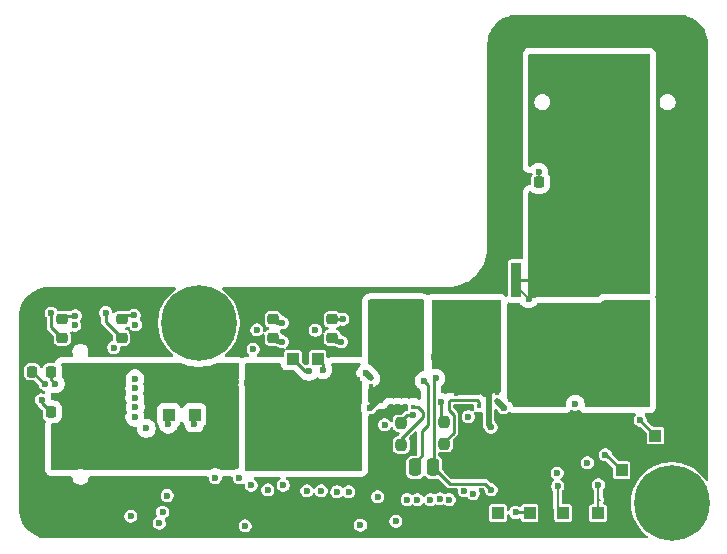
<source format=gbr>
%TF.GenerationSoftware,KiCad,Pcbnew,9.0.0*%
%TF.CreationDate,2026-01-13T23:39:09-06:00*%
%TF.ProjectId,SuppChargerPCB,53757070-4368-4617-9267-65725043422e,rev?*%
%TF.SameCoordinates,Original*%
%TF.FileFunction,Copper,L1,Top*%
%TF.FilePolarity,Positive*%
%FSLAX46Y46*%
G04 Gerber Fmt 4.6, Leading zero omitted, Abs format (unit mm)*
G04 Created by KiCad (PCBNEW 9.0.0) date 2026-01-13 23:39:09*
%MOMM*%
%LPD*%
G01*
G04 APERTURE LIST*
G04 Aperture macros list*
%AMRoundRect*
0 Rectangle with rounded corners*
0 $1 Rounding radius*
0 $2 $3 $4 $5 $6 $7 $8 $9 X,Y pos of 4 corners*
0 Add a 4 corners polygon primitive as box body*
4,1,4,$2,$3,$4,$5,$6,$7,$8,$9,$2,$3,0*
0 Add four circle primitives for the rounded corners*
1,1,$1+$1,$2,$3*
1,1,$1+$1,$4,$5*
1,1,$1+$1,$6,$7*
1,1,$1+$1,$8,$9*
0 Add four rect primitives between the rounded corners*
20,1,$1+$1,$2,$3,$4,$5,0*
20,1,$1+$1,$4,$5,$6,$7,0*
20,1,$1+$1,$6,$7,$8,$9,0*
20,1,$1+$1,$8,$9,$2,$3,0*%
G04 Aperture macros list end*
%TA.AperFunction,ComponentPad*%
%ADD10C,3.600000*%
%TD*%
%TA.AperFunction,ConnectorPad*%
%ADD11C,6.400000*%
%TD*%
%TA.AperFunction,SMDPad,CuDef*%
%ADD12RoundRect,0.250000X0.362500X2.125000X-0.362500X2.125000X-0.362500X-2.125000X0.362500X-2.125000X0*%
%TD*%
%TA.AperFunction,SMDPad,CuDef*%
%ADD13R,1.800000X3.150000*%
%TD*%
%TA.AperFunction,SMDPad,CuDef*%
%ADD14R,0.900000X2.900000*%
%TD*%
%TA.AperFunction,SMDPad,CuDef*%
%ADD15R,5.600000X2.900000*%
%TD*%
%TA.AperFunction,SMDPad,CuDef*%
%ADD16R,0.431800X0.304800*%
%TD*%
%TA.AperFunction,SMDPad,CuDef*%
%ADD17R,0.406400X0.304800*%
%TD*%
%TA.AperFunction,SMDPad,CuDef*%
%ADD18R,1.808902X1.978890*%
%TD*%
%TA.AperFunction,SMDPad,CuDef*%
%ADD19R,2.200900X0.304800*%
%TD*%
%TA.AperFunction,SMDPad,CuDef*%
%ADD20R,1.000000X1.000000*%
%TD*%
%TA.AperFunction,SMDPad,CuDef*%
%ADD21RoundRect,0.237500X-0.237500X0.250000X-0.237500X-0.250000X0.237500X-0.250000X0.237500X0.250000X0*%
%TD*%
%TA.AperFunction,SMDPad,CuDef*%
%ADD22RoundRect,0.218750X-0.256250X0.218750X-0.256250X-0.218750X0.256250X-0.218750X0.256250X0.218750X0*%
%TD*%
%TA.AperFunction,SMDPad,CuDef*%
%ADD23R,3.150000X1.800000*%
%TD*%
%TA.AperFunction,ComponentPad*%
%ADD24R,1.000000X1.000000*%
%TD*%
%TA.AperFunction,SMDPad,CuDef*%
%ADD25RoundRect,0.250000X0.250000X0.475000X-0.250000X0.475000X-0.250000X-0.475000X0.250000X-0.475000X0*%
%TD*%
%TA.AperFunction,SMDPad,CuDef*%
%ADD26R,0.304800X0.431800*%
%TD*%
%TA.AperFunction,SMDPad,CuDef*%
%ADD27R,0.304800X0.406400*%
%TD*%
%TA.AperFunction,SMDPad,CuDef*%
%ADD28R,1.978890X1.808902*%
%TD*%
%TA.AperFunction,SMDPad,CuDef*%
%ADD29R,0.304800X2.200900*%
%TD*%
%TA.AperFunction,SMDPad,CuDef*%
%ADD30RoundRect,0.250000X-0.250000X-0.475000X0.250000X-0.475000X0.250000X0.475000X-0.250000X0.475000X0*%
%TD*%
%TA.AperFunction,SMDPad,CuDef*%
%ADD31RoundRect,0.218750X-0.218750X-0.256250X0.218750X-0.256250X0.218750X0.256250X-0.218750X0.256250X0*%
%TD*%
%TA.AperFunction,SMDPad,CuDef*%
%ADD32R,2.350000X3.500000*%
%TD*%
%TA.AperFunction,SMDPad,CuDef*%
%ADD33RoundRect,0.237500X0.237500X-0.250000X0.237500X0.250000X-0.237500X0.250000X-0.237500X-0.250000X0*%
%TD*%
%TA.AperFunction,ViaPad*%
%ADD34C,0.600000*%
%TD*%
%TA.AperFunction,Conductor*%
%ADD35C,0.250000*%
%TD*%
%TA.AperFunction,Conductor*%
%ADD36C,0.200000*%
%TD*%
%TA.AperFunction,Conductor*%
%ADD37C,0.400000*%
%TD*%
%TA.AperFunction,Conductor*%
%ADD38C,0.500000*%
%TD*%
G04 APERTURE END LIST*
D10*
%TO.P,H1,1*%
%TO.N,N/C*%
X87490000Y-98890000D03*
D11*
X87490000Y-98890000D03*
%TD*%
D10*
%TO.P,H3,1*%
%TO.N,N/C*%
X127510000Y-114120000D03*
D11*
X127510000Y-114120000D03*
%TD*%
D12*
%TO.P,R13,1*%
%TO.N,/Converter/BOOST_OUT*%
X92507500Y-104950000D03*
%TO.P,R13,2*%
%TO.N,OUT*%
X89382500Y-104950000D03*
%TD*%
D13*
%TO.P,C15,1*%
%TO.N,/Converter/BOOST_OUT*%
X94730000Y-109590000D03*
%TO.P,C15,2*%
%TO.N,PGND*%
X94730000Y-114690000D03*
%TD*%
D14*
%TO.P,R11,1,1*%
%TO.N,+24V*%
X114370000Y-95200000D03*
%TO.P,R11,2,2*%
%TO.N,/Converter/BUCK_IN*%
X114370000Y-100100000D03*
D15*
%TO.P,R11,3,3*%
X118520000Y-100100000D03*
%TO.P,R11,4,4*%
%TO.N,+24V*%
X118520000Y-95200000D03*
%TD*%
D16*
%TO.P,Q13,1,S*%
%TO.N,/SW2*%
X102081212Y-105516543D03*
%TO.P,Q13,2,S*%
X102081212Y-104866557D03*
%TO.P,Q13,3,S*%
X102081212Y-104216571D03*
%TO.P,Q13,4,G*%
%TO.N,/Converter/BOOST_HIGH*%
X102081212Y-103566585D03*
D17*
%TO.P,Q13,5,D*%
%TO.N,/Converter/BOOST_OUT*%
X99198510Y-103566585D03*
%TO.P,Q13,6,D*%
X99198510Y-104216571D03*
%TO.P,Q13,7,D*%
X99198510Y-104866557D03*
D18*
%TO.P,Q13,8,D*%
X100300662Y-104404519D03*
D19*
X100106211Y-105516564D03*
%TD*%
D20*
%TO.P,OUT3,1,1*%
%TO.N,/REGN*%
X115490000Y-114980000D03*
%TD*%
%TO.P,FBG1,1,1*%
%TO.N,/FBG*%
X84940000Y-106650000D03*
%TD*%
D21*
%TO.P,R34,1*%
%TO.N,/LODRV1*%
X108280000Y-107260000D03*
%TO.P,R34,2*%
%TO.N,/Converter/BUCK_LOW*%
X108280000Y-109085000D03*
%TD*%
D22*
%TO.P,D4,1,K*%
%TO.N,Net-(D4-K)*%
X75920000Y-98552500D03*
%TO.P,D4,2,A*%
%TO.N,Net-(D4-A)*%
X75920000Y-100127500D03*
%TD*%
D23*
%TO.P,C12,1*%
%TO.N,+24V*%
X123670000Y-84530000D03*
%TO.P,C12,2*%
%TO.N,PGND*%
X128770000Y-84530000D03*
%TD*%
D24*
%TO.P,OUT4,1,1*%
%TO.N,+3V3*%
X112810000Y-114970000D03*
%TD*%
D25*
%TO.P,C10,1*%
%TO.N,/DRV_SUP*%
X105810000Y-111110000D03*
%TO.P,C10,2*%
%TO.N,PGND*%
X103910000Y-111110000D03*
%TD*%
D22*
%TO.P,D1,1,K*%
%TO.N,Net-(D1-K)*%
X93770000Y-98560000D03*
%TO.P,D1,2,A*%
%TO.N,Net-(D1-A)*%
X93770000Y-100135000D03*
%TD*%
D26*
%TO.P,Q14,1,S*%
%TO.N,PGND*%
X103666211Y-105976585D03*
%TO.P,Q14,2,S*%
X104316197Y-105976585D03*
%TO.P,Q14,3,S*%
X104966183Y-105976585D03*
%TO.P,Q14,4,G*%
%TO.N,/Converter/BOOST_LOW*%
X105616169Y-105976585D03*
D27*
%TO.P,Q14,5,D*%
%TO.N,/SW2*%
X105616169Y-103093883D03*
%TO.P,Q14,6,D*%
X104966183Y-103093883D03*
%TO.P,Q14,7,D*%
X104316197Y-103093883D03*
D28*
%TO.P,Q14,8,D*%
X104778235Y-104196035D03*
D29*
X103666190Y-104001584D03*
%TD*%
D20*
%TO.P,ACOV3,1,1*%
%TO.N,/HIDRV1*%
X126140000Y-108410000D03*
%TD*%
D30*
%TO.P,C8,1*%
%TO.N,/REGN*%
X107350000Y-111110000D03*
%TO.P,C8,2*%
%TO.N,PGND*%
X109250000Y-111110000D03*
%TD*%
D24*
%TO.P,OUT2,1,1*%
%TO.N,OUT*%
X84930000Y-103790000D03*
%TD*%
D20*
%TO.P,ACOV2,1,1*%
%TO.N,/ACOV*%
X118320000Y-114980000D03*
%TD*%
D13*
%TO.P,C16,1*%
%TO.N,OUT*%
X86875000Y-109600000D03*
%TO.P,C16,2*%
%TO.N,PGND*%
X86875000Y-114700000D03*
%TD*%
D24*
%TO.P,+24V2,1,1*%
%TO.N,+24V*%
X118740000Y-89860000D03*
%TD*%
%TO.P,PGND3,1,1*%
%TO.N,PGND*%
X128310000Y-75510000D03*
%TD*%
D31*
%TO.P,D3,1,K*%
%TO.N,Net-(D3-K)*%
X73372500Y-103010000D03*
%TO.P,D3,2,A*%
%TO.N,Net-(D3-A)*%
X74947500Y-103010000D03*
%TD*%
D16*
%TO.P,Q11,1,S*%
%TO.N,/SW1*%
X112743509Y-103546627D03*
%TO.P,Q11,2,S*%
X112743509Y-104196613D03*
%TO.P,Q11,3,S*%
X112743509Y-104846599D03*
%TO.P,Q11,4,G*%
%TO.N,/Converter/BUCK_HIGH*%
X112743509Y-105496585D03*
D17*
%TO.P,Q11,5,D*%
%TO.N,/Converter/BUCK_IN*%
X115626211Y-105496585D03*
%TO.P,Q11,6,D*%
X115626211Y-104846599D03*
%TO.P,Q11,7,D*%
X115626211Y-104196613D03*
D18*
%TO.P,Q11,8,D*%
X114524059Y-104658651D03*
D19*
X114718510Y-103546606D03*
%TD*%
D20*
%TO.P,FB1,1,1*%
%TO.N,/FB*%
X87130000Y-106650000D03*
%TD*%
%TO.P,ACOV5,1,1*%
%TO.N,/LODRV1*%
X123280000Y-111350000D03*
%TD*%
D13*
%TO.P,C17,1*%
%TO.N,OUT*%
X79030000Y-109590000D03*
%TO.P,C17,2*%
%TO.N,PGND*%
X79030000Y-114690000D03*
%TD*%
D23*
%TO.P,C13,1*%
%TO.N,+24V*%
X123670000Y-92330000D03*
%TO.P,C13,2*%
%TO.N,PGND*%
X128770000Y-92330000D03*
%TD*%
D22*
%TO.P,D7,1,K*%
%TO.N,Net-(D7-K)*%
X98780000Y-98560000D03*
%TO.P,D7,2,A*%
%TO.N,Net-(D7-A)*%
X98780000Y-100135000D03*
%TD*%
D26*
%TO.P,Q12,1,S*%
%TO.N,PGND*%
X109226253Y-105946585D03*
%TO.P,Q12,2,S*%
X109876239Y-105946585D03*
%TO.P,Q12,3,S*%
X110526225Y-105946585D03*
%TO.P,Q12,4,G*%
%TO.N,/Converter/BUCK_LOW*%
X111176211Y-105946585D03*
D27*
%TO.P,Q12,5,D*%
%TO.N,/SW1*%
X111176211Y-103063883D03*
%TO.P,Q12,6,D*%
X110526225Y-103063883D03*
%TO.P,Q12,7,D*%
X109876239Y-103063883D03*
D28*
%TO.P,Q12,8,D*%
X110338277Y-104166035D03*
D29*
X109226232Y-103971584D03*
%TD*%
D31*
%TO.P,D6,1,K*%
%TO.N,PGND*%
X73365000Y-106410000D03*
%TO.P,D6,2,A*%
%TO.N,Net-(D6-A)*%
X74940000Y-106410000D03*
%TD*%
D20*
%TO.P,ACOV6,1,1*%
%TO.N,/LODRV2*%
X97540000Y-101900000D03*
%TD*%
D22*
%TO.P,D2,1,K*%
%TO.N,Net-(D2-K)*%
X80940000Y-98570000D03*
%TO.P,D2,2,A*%
%TO.N,Net-(D2-A)*%
X80940000Y-100145000D03*
%TD*%
D32*
%TO.P,L4,1,1*%
%TO.N,/SW1*%
X110210000Y-98880000D03*
%TO.P,L4,2,2*%
%TO.N,/SW2*%
X104160000Y-98880000D03*
%TD*%
D33*
%TO.P,R36,1*%
%TO.N,/Converter/BOOST_LOW*%
X104630000Y-109205000D03*
%TO.P,R36,2*%
%TO.N,/LODRV2*%
X104630000Y-107380000D03*
%TD*%
D31*
%TO.P,D5,1,K*%
%TO.N,PGND*%
X114715000Y-86940000D03*
%TO.P,D5,2,A*%
%TO.N,Net-(D5-A)*%
X116290000Y-86940000D03*
%TD*%
D20*
%TO.P,ACOV4,1,1*%
%TO.N,/HIDRV2*%
X95450000Y-101900000D03*
%TD*%
%TO.P,ACUV2,1,1*%
%TO.N,/ACUV*%
X121270000Y-114990000D03*
%TD*%
D23*
%TO.P,C14,1*%
%TO.N,/Converter/BUCK_IN*%
X123680000Y-100180000D03*
%TO.P,C14,2*%
%TO.N,PGND*%
X128780000Y-100180000D03*
%TD*%
D34*
%TO.N,+24V*%
X119350000Y-105750000D03*
X115400000Y-96850000D03*
%TO.N,/ACOV*%
X117810000Y-111580000D03*
X117860000Y-112690000D03*
%TO.N,/ACUV*%
X120390000Y-110730000D03*
X121320000Y-112590000D03*
%TO.N,/Converter/BUCK_IN*%
X114920000Y-97950000D03*
%TO.N,PGND*%
X100510000Y-96390000D03*
X112330000Y-116740000D03*
X91210000Y-96390000D03*
X113360000Y-95440000D03*
X108500000Y-116730000D03*
X76270000Y-115640000D03*
X114140000Y-116720000D03*
X113340000Y-77640000D03*
X113360000Y-88790000D03*
X119990000Y-116740000D03*
X113340000Y-84290000D03*
X129560000Y-108440000D03*
X120410000Y-73670000D03*
X116130000Y-116740000D03*
X129540000Y-89630000D03*
X113370000Y-82620000D03*
X113390000Y-93770000D03*
X127970000Y-106790000D03*
X104720000Y-116730000D03*
X127940000Y-101850000D03*
X129550000Y-106770000D03*
X127810000Y-87850000D03*
X73490000Y-112430000D03*
X129530000Y-87850000D03*
X118000000Y-116720000D03*
X113350000Y-79280000D03*
X127820000Y-89630000D03*
X129540000Y-105180000D03*
X98820000Y-96370000D03*
X95030000Y-96390000D03*
X114780000Y-73650000D03*
X127820000Y-86390000D03*
X129580000Y-81020000D03*
X125350000Y-73640000D03*
X127720000Y-97980000D03*
X129530000Y-103610000D03*
X102730000Y-116710000D03*
X106510000Y-116710000D03*
X110340000Y-116720000D03*
X105607599Y-109463000D03*
X129570000Y-79350000D03*
X127960000Y-105200000D03*
X127210000Y-73640000D03*
X73440000Y-115640000D03*
X127750000Y-94480000D03*
X122000000Y-73660000D03*
X74890000Y-113960000D03*
X97150000Y-96370000D03*
X121590000Y-116720000D03*
X73470000Y-113960000D03*
X129570000Y-94460000D03*
X113360000Y-80990000D03*
X113330000Y-74640000D03*
X93000000Y-96370000D03*
X129540000Y-96130000D03*
X129550000Y-82690000D03*
X113330000Y-75960000D03*
X129530000Y-110110000D03*
X129560000Y-77760000D03*
X105626456Y-108643544D03*
X77640000Y-115630000D03*
X123580000Y-116740000D03*
X113370000Y-90430000D03*
X127980000Y-108460000D03*
X76230000Y-113970000D03*
X118740000Y-73680000D03*
X117070000Y-73650000D03*
X129540000Y-97960000D03*
X129520000Y-101830000D03*
X123570000Y-73650000D03*
X127720000Y-96150000D03*
X113380000Y-92140000D03*
X127950000Y-110130000D03*
X113350000Y-85630000D03*
X129540000Y-86390000D03*
X74890000Y-115640000D03*
X127950000Y-103630000D03*
%TO.N,/DRV_SUP*%
X106560000Y-103778000D03*
%TO.N,/Converter/BOOST_OUT*%
X91580000Y-103920000D03*
%TO.N,/Converter/BUCK_HIGH*%
X113300000Y-106038000D03*
%TO.N,OUT*%
X90610000Y-103910000D03*
X82070000Y-110760000D03*
X78430000Y-107290000D03*
X78430000Y-105960000D03*
%TO.N,/SW1*%
X107404902Y-101795645D03*
X112220578Y-107695001D03*
X111694687Y-99615313D03*
%TO.N,/SW2*%
X102011690Y-106057074D03*
X106265098Y-101795647D03*
%TO.N,Net-(D1-A)*%
X94553035Y-100481697D03*
%TO.N,/STAT1*%
X82074065Y-105209911D03*
X107889977Y-113776696D03*
X96635000Y-113095000D03*
X92390000Y-99460000D03*
%TO.N,/STAT2*%
X82068890Y-104409925D03*
X97840000Y-113090000D03*
X107092319Y-113843064D03*
X82120000Y-99010000D03*
%TO.N,Net-(D2-A)*%
X79590322Y-97997500D03*
%TO.N,/\u002APG*%
X105984819Y-113849065D03*
X99170000Y-113160000D03*
X84800523Y-113489001D03*
%TO.N,Net-(D4-A)*%
X75004632Y-98036887D03*
%TO.N,/\u002ACE*%
X100160000Y-113180000D03*
X76970000Y-99060000D03*
X82080000Y-103610000D03*
X105110587Y-113830587D03*
%TO.N,Net-(D5-A)*%
X116270000Y-86100000D03*
%TO.N,/\u002AINT*%
X108687930Y-113837242D03*
X97360000Y-99500000D03*
X82113159Y-106008958D03*
%TO.N,/FB*%
X90920000Y-111985000D03*
X87100000Y-107450000D03*
%TO.N,/FBG*%
X94639882Y-112615000D03*
X84890000Y-107440000D03*
X88870000Y-111985000D03*
%TO.N,+3V3*%
X80274265Y-100955735D03*
X101170000Y-115990000D03*
X91400000Y-116065000D03*
X92080000Y-101110000D03*
X81738058Y-115221942D03*
%TO.N,/SCL*%
X82070000Y-106850000D03*
X93339461Y-113018183D03*
X109950000Y-113100000D03*
%TO.N,/SDA*%
X83040000Y-107800000D03*
X91920002Y-112610000D03*
X110719299Y-113319495D03*
%TO.N,/HIDRV1*%
X124860000Y-107110000D03*
X110310000Y-106810800D03*
%TO.N,/HIDRV2*%
X103210000Y-107511459D03*
X96790000Y-102960000D03*
%TO.N,/LODRV1*%
X121910000Y-110040000D03*
X108000000Y-105598000D03*
%TO.N,/LODRV2*%
X97992110Y-102817890D03*
X105623178Y-106692484D03*
%TO.N,/Converter/BOOST_HIGH*%
X101627314Y-103112686D03*
%TO.N,Net-(U1-ILIM_HIZ)*%
X102620000Y-113590000D03*
X104160000Y-115670000D03*
%TO.N,Net-(D1-K)*%
X94560000Y-98860000D03*
%TO.N,Net-(D2-K)*%
X82006746Y-98218055D03*
%TO.N,Net-(D4-K)*%
X77028029Y-98262104D03*
%TO.N,Net-(D3-A)*%
X84142500Y-115836019D03*
X75320000Y-104010000D03*
%TO.N,Net-(D3-K)*%
X84410000Y-114890000D03*
X74482857Y-104055214D03*
%TO.N,Net-(D6-A)*%
X74165000Y-105390000D03*
%TO.N,Net-(D7-K)*%
X99660000Y-98560000D03*
%TO.N,Net-(D7-A)*%
X99545747Y-100476289D03*
%TO.N,/REGN*%
X107531869Y-103538000D03*
X112232499Y-112999902D03*
X114300000Y-114920000D03*
%TD*%
D35*
%TO.N,+24V*%
X118570000Y-95200000D02*
X114420000Y-95200000D01*
D36*
X114420000Y-95870000D02*
X114420000Y-95200000D01*
D35*
X114420000Y-95200000D02*
X114420000Y-96030000D01*
D36*
X115400000Y-96850000D02*
X114420000Y-95870000D01*
%TO.N,/ACOV*%
X117860000Y-114520000D02*
X118320000Y-114980000D01*
X117860000Y-113650000D02*
X117860000Y-112690000D01*
X117870000Y-113660000D02*
X117860000Y-113650000D01*
X117860000Y-112690000D02*
X117860000Y-114520000D01*
%TO.N,/ACUV*%
X121420000Y-113870000D02*
X121320000Y-113770000D01*
X121320000Y-113770000D02*
X121320000Y-112590000D01*
X121320000Y-112590000D02*
X121320000Y-114850000D01*
X121320000Y-114850000D02*
X121270000Y-114900000D01*
%TO.N,/Converter/BUCK_IN*%
X114420000Y-98450000D02*
X114420000Y-100100000D01*
X114920000Y-97950000D02*
X114420000Y-98450000D01*
D35*
X114420000Y-98790000D02*
X114420000Y-100100000D01*
X118570000Y-100100000D02*
X114420000Y-100100000D01*
D37*
%TO.N,PGND*%
X104966183Y-105976585D02*
X103666211Y-105976585D01*
X110526225Y-105946585D02*
X109226253Y-105946585D01*
D35*
%TO.N,/DRV_SUP*%
X106360000Y-110148000D02*
X105820000Y-110688000D01*
X106360000Y-108060000D02*
X106360000Y-110148000D01*
X106898000Y-107522000D02*
X106360000Y-108060000D01*
X106560000Y-103778000D02*
X106898000Y-104116000D01*
X106898000Y-104116000D02*
X106898000Y-107522000D01*
%TO.N,/Converter/BOOST_OUT*%
X91580000Y-103920000D02*
X91580000Y-104110000D01*
X91580000Y-104110000D02*
X92420000Y-104950000D01*
D38*
%TO.N,/Converter/BUCK_HIGH*%
X113284924Y-106038000D02*
X112743509Y-105496585D01*
X113300000Y-106038000D02*
X113284924Y-106038000D01*
D35*
%TO.N,OUT*%
X90610000Y-103910000D02*
X90510000Y-103910000D01*
X90510000Y-103910000D02*
X89470000Y-104950000D01*
D38*
%TO.N,/SW1*%
X111675191Y-99615313D02*
X111016463Y-98956585D01*
X110210000Y-98880000D02*
X110210000Y-98990547D01*
X112015285Y-99935911D02*
X112015285Y-107489708D01*
X111694687Y-99615313D02*
X112015285Y-99935911D01*
X110210000Y-98990547D02*
X107404902Y-101795645D01*
X111694687Y-99615313D02*
X111675191Y-99615313D01*
X112015285Y-107489708D02*
X112220578Y-107695001D01*
%TO.N,/SW2*%
X104160000Y-99690549D02*
X106265098Y-101795647D01*
X104320000Y-99050000D02*
X104320000Y-103748764D01*
X104160000Y-98880000D02*
X104160000Y-99690549D01*
X103496463Y-98956585D02*
X103476211Y-98976837D01*
X104925411Y-98956585D02*
X103496463Y-98956585D01*
X104320000Y-103748764D02*
X102011690Y-106057074D01*
D35*
%TO.N,Net-(D1-A)*%
X94553035Y-100481697D02*
X94116697Y-100481697D01*
X94116697Y-100481697D02*
X93770000Y-100135000D01*
%TO.N,Net-(D2-A)*%
X80940000Y-100145000D02*
X79590322Y-98795322D01*
X79590322Y-98795322D02*
X79590322Y-97997500D01*
%TO.N,Net-(D4-A)*%
X75920000Y-100127500D02*
X75004632Y-99212132D01*
X75004632Y-99212132D02*
X75004632Y-98036887D01*
D36*
%TO.N,Net-(D5-A)*%
X116270000Y-86100000D02*
X116270000Y-86920000D01*
X116270000Y-86920000D02*
X116290000Y-86940000D01*
%TO.N,/FB*%
X87100000Y-107450000D02*
X87100000Y-106680000D01*
X87100000Y-106680000D02*
X87130000Y-106650000D01*
D35*
%TO.N,/FBG*%
X84890000Y-107440000D02*
X84890000Y-106700000D01*
X84890000Y-106700000D02*
X84940000Y-106650000D01*
%TO.N,/HIDRV1*%
X124860000Y-107130000D02*
X126140000Y-108410000D01*
X124860000Y-107110000D02*
X124860000Y-107130000D01*
%TO.N,/HIDRV2*%
X96790000Y-102960000D02*
X96510000Y-102960000D01*
X96790000Y-102960000D02*
X96790000Y-102900000D01*
X96510000Y-102960000D02*
X95450000Y-101900000D01*
%TO.N,/LODRV1*%
X108000000Y-105598000D02*
X108000000Y-106863000D01*
X121910000Y-110040000D02*
X121970000Y-110040000D01*
X121970000Y-110040000D02*
X123280000Y-111350000D01*
X108000000Y-106863000D02*
X108280000Y-107143000D01*
%TO.N,/LODRV2*%
X105086835Y-106696165D02*
X104630000Y-107153000D01*
X97992110Y-102352110D02*
X97540000Y-101900000D01*
X105619497Y-106696165D02*
X105086835Y-106696165D01*
X97992110Y-102817890D02*
X97992110Y-102352110D01*
X105623178Y-106692484D02*
X105619497Y-106696165D01*
%TO.N,/Converter/BUCK_LOW*%
X108626000Y-106213500D02*
X108742000Y-106329500D01*
X109081000Y-108167000D02*
X108280000Y-108968000D01*
X108626000Y-105526538D02*
X108626000Y-106213500D01*
X109081000Y-106653010D02*
X109081000Y-108167000D01*
X111004625Y-105404685D02*
X108747853Y-105404685D01*
X111176211Y-105946585D02*
X111176211Y-105576271D01*
X108742000Y-106329500D02*
X108757490Y-106329500D01*
X108757490Y-106329500D02*
X109081000Y-106653010D01*
X108747853Y-105404685D02*
X108626000Y-105526538D01*
X111176211Y-105576271D02*
X111004625Y-105404685D01*
D38*
%TO.N,/Converter/BOOST_HIGH*%
X101627314Y-103112686D02*
X102081212Y-103566585D01*
D35*
%TO.N,/Converter/BOOST_LOW*%
X104630000Y-108670990D02*
X104630000Y-109205000D01*
X105616169Y-105976585D02*
X106018569Y-105976585D01*
X106447000Y-106853990D02*
X104630000Y-108670990D01*
X106447000Y-106405016D02*
X106447000Y-106853990D01*
X106018569Y-105976585D02*
X106447000Y-106405016D01*
%TO.N,Net-(D1-K)*%
X94070000Y-98860000D02*
X93770000Y-98560000D01*
X94560000Y-98860000D02*
X94070000Y-98860000D01*
%TO.N,Net-(D2-K)*%
X81291945Y-98218055D02*
X80940000Y-98570000D01*
X82006746Y-98218055D02*
X81291945Y-98218055D01*
%TO.N,Net-(D4-K)*%
X77028029Y-98262104D02*
X76210396Y-98262104D01*
X76210396Y-98262104D02*
X75920000Y-98552500D01*
%TO.N,Net-(D3-A)*%
X75320000Y-104010000D02*
X74950000Y-103640000D01*
X74950000Y-103012500D02*
X74947500Y-103010000D01*
X74950000Y-103640000D02*
X74950000Y-103012500D01*
%TO.N,Net-(D3-K)*%
X74482857Y-104055214D02*
X74417714Y-104055214D01*
X74417714Y-104055214D02*
X73372500Y-103010000D01*
%TO.N,Net-(D6-A)*%
X74165000Y-105635000D02*
X74940000Y-106410000D01*
X74165000Y-105390000D02*
X74165000Y-105635000D01*
%TO.N,Net-(D7-K)*%
X99660000Y-98560000D02*
X98780000Y-98560000D01*
%TO.N,Net-(D7-A)*%
X99545747Y-100476289D02*
X99121289Y-100476289D01*
X99121289Y-100476289D02*
X98780000Y-100135000D01*
%TO.N,/REGN*%
X107350000Y-111110000D02*
X108714000Y-112474000D01*
X111706597Y-112474000D02*
X112232499Y-112999902D01*
X107531869Y-103538000D02*
X107375000Y-103694869D01*
X107375000Y-103694869D02*
X107375000Y-110673000D01*
X114300000Y-114920000D02*
X115490000Y-114920000D01*
X107375000Y-110673000D02*
X107360000Y-110688000D01*
X108714000Y-112474000D02*
X111706597Y-112474000D01*
%TD*%
%TA.AperFunction,Conductor*%
%TO.N,/SW2*%
G36*
X106513039Y-96899685D02*
G01*
X106558794Y-96952489D01*
X106570000Y-97004000D01*
X106570000Y-102858063D01*
X106550315Y-102925102D01*
X106497511Y-102970857D01*
X106470192Y-102979680D01*
X106326508Y-103008261D01*
X106326498Y-103008264D01*
X106180827Y-103068602D01*
X106180814Y-103068609D01*
X106049711Y-103156210D01*
X106049707Y-103156213D01*
X105938213Y-103267707D01*
X105938210Y-103267711D01*
X105850609Y-103398814D01*
X105850602Y-103398827D01*
X105790264Y-103544498D01*
X105790261Y-103544510D01*
X105759500Y-103699153D01*
X105759500Y-103856846D01*
X105790261Y-104011489D01*
X105790264Y-104011501D01*
X105850602Y-104157172D01*
X105850609Y-104157185D01*
X105938210Y-104288288D01*
X105938213Y-104288292D01*
X106049710Y-104399789D01*
X106180815Y-104487390D01*
X106180821Y-104487394D01*
X106195951Y-104493661D01*
X106250354Y-104537499D01*
X106272421Y-104603793D01*
X106272500Y-104608222D01*
X106272500Y-105238245D01*
X106266564Y-105258459D01*
X106265437Y-105279497D01*
X106256917Y-105291310D01*
X106252815Y-105305284D01*
X106236894Y-105319079D01*
X106224571Y-105336169D01*
X106211017Y-105341501D01*
X106200011Y-105351039D01*
X106179157Y-105354037D01*
X106159553Y-105361751D01*
X106134751Y-105360422D01*
X106130853Y-105360983D01*
X106124310Y-105359863D01*
X106075638Y-105350182D01*
X106025518Y-105327831D01*
X106010904Y-105316891D01*
X106010897Y-105316887D01*
X105876055Y-105266595D01*
X105876054Y-105266594D01*
X105876052Y-105266594D01*
X105816442Y-105260185D01*
X105816432Y-105260185D01*
X105415898Y-105260185D01*
X105415892Y-105260186D01*
X105356287Y-105266593D01*
X105344306Y-105271062D01*
X105334510Y-105274716D01*
X105334507Y-105274717D01*
X105264816Y-105279700D01*
X105247843Y-105274716D01*
X105226069Y-105266595D01*
X105226068Y-105266594D01*
X105226066Y-105266594D01*
X105166456Y-105260185D01*
X105166446Y-105260185D01*
X104765912Y-105260185D01*
X104765906Y-105260186D01*
X104706299Y-105266593D01*
X104701814Y-105268267D01*
X104696184Y-105269282D01*
X104693416Y-105271062D01*
X104658481Y-105276085D01*
X104623899Y-105276085D01*
X104580566Y-105268267D01*
X104576083Y-105266595D01*
X104576082Y-105266594D01*
X104576080Y-105266594D01*
X104516470Y-105260185D01*
X104516460Y-105260185D01*
X104115926Y-105260185D01*
X104115920Y-105260186D01*
X104056313Y-105266593D01*
X104051828Y-105268267D01*
X104046198Y-105269282D01*
X104043430Y-105271062D01*
X104008495Y-105276085D01*
X103973913Y-105276085D01*
X103930580Y-105268267D01*
X103926097Y-105266595D01*
X103926096Y-105266594D01*
X103926094Y-105266594D01*
X103866484Y-105260185D01*
X103866474Y-105260185D01*
X103465940Y-105260185D01*
X103465934Y-105260186D01*
X103406327Y-105266593D01*
X103271482Y-105316887D01*
X103271475Y-105316891D01*
X103156266Y-105403137D01*
X103156263Y-105403140D01*
X103070017Y-105518349D01*
X103070012Y-105518358D01*
X103039812Y-105599332D01*
X102997941Y-105655266D01*
X102932477Y-105679684D01*
X102923630Y-105680000D01*
X101969500Y-105680000D01*
X101902461Y-105660315D01*
X101856706Y-105607511D01*
X101845500Y-105556000D01*
X101845500Y-104435996D01*
X101865185Y-104368957D01*
X101917989Y-104323202D01*
X101987147Y-104313258D01*
X101993692Y-104314379D01*
X102007290Y-104317084D01*
X102007293Y-104317084D01*
X102155128Y-104317085D01*
X102300123Y-104288243D01*
X102436705Y-104231669D01*
X102559627Y-104149537D01*
X102560771Y-104148392D01*
X102574134Y-104136809D01*
X102654658Y-104076531D01*
X102740908Y-103961316D01*
X102791203Y-103826468D01*
X102791203Y-103826466D01*
X102791204Y-103826464D01*
X102792988Y-103818917D01*
X102793184Y-103818963D01*
X102799889Y-103792694D01*
X102802868Y-103785502D01*
X102802870Y-103785498D01*
X102831711Y-103640503D01*
X102831712Y-103492668D01*
X102802870Y-103347673D01*
X102799886Y-103340469D01*
X102793183Y-103314204D01*
X102792986Y-103314251D01*
X102791204Y-103306712D01*
X102791203Y-103306702D01*
X102740908Y-103171854D01*
X102740907Y-103171853D01*
X102740905Y-103171849D01*
X102671633Y-103079315D01*
X102654658Y-103056639D01*
X102619652Y-103030433D01*
X102574145Y-102996366D01*
X102560776Y-102984781D01*
X102373387Y-102797392D01*
X102346507Y-102757164D01*
X102343270Y-102749350D01*
X102336708Y-102733507D01*
X102336704Y-102733501D01*
X102249103Y-102602396D01*
X102137606Y-102490899D01*
X102137602Y-102490896D01*
X102006499Y-102403295D01*
X102006486Y-102403288D01*
X101896548Y-102357751D01*
X101842144Y-102313910D01*
X101820079Y-102247616D01*
X101820000Y-102243190D01*
X101820000Y-97004000D01*
X101839685Y-96936961D01*
X101892489Y-96891206D01*
X101944000Y-96880000D01*
X106446000Y-96880000D01*
X106513039Y-96899685D01*
G37*
%TD.AperFunction*%
%TD*%
%TA.AperFunction,Conductor*%
%TO.N,+24V*%
G36*
X125643039Y-76099685D02*
G01*
X125688794Y-76152489D01*
X125700000Y-76204000D01*
X125700000Y-96300500D01*
X125680315Y-96367539D01*
X125627511Y-96413294D01*
X125576000Y-96424500D01*
X121797662Y-96424500D01*
X121707923Y-96432530D01*
X121707921Y-96432530D01*
X121664588Y-96440348D01*
X121664580Y-96440350D01*
X121577688Y-96464185D01*
X121577687Y-96464186D01*
X121451406Y-96533137D01*
X121402355Y-96569855D01*
X121402349Y-96569860D01*
X121395474Y-96575007D01*
X121395456Y-96575020D01*
X121360856Y-96609619D01*
X121359906Y-96610531D01*
X121330016Y-96626033D01*
X121300475Y-96642165D01*
X121298505Y-96642376D01*
X121297882Y-96642700D01*
X121296604Y-96642581D01*
X121274115Y-96644999D01*
X116224829Y-96644999D01*
X116215811Y-96645079D01*
X116211378Y-96645158D01*
X116202354Y-96645400D01*
X116202349Y-96645400D01*
X116202348Y-96645401D01*
X116184832Y-96648561D01*
X116060759Y-96670950D01*
X115994465Y-96693018D01*
X115994450Y-96693024D01*
X115906836Y-96736883D01*
X115851330Y-96750000D01*
X115519000Y-96750000D01*
X115451961Y-96730315D01*
X115406206Y-96677511D01*
X115395000Y-96626000D01*
X115395000Y-87836534D01*
X115414685Y-87769495D01*
X115467489Y-87723740D01*
X115536647Y-87713796D01*
X115600203Y-87742821D01*
X115606681Y-87748853D01*
X115622108Y-87764280D01*
X115622112Y-87764283D01*
X115765204Y-87852544D01*
X115765207Y-87852545D01*
X115765213Y-87852549D01*
X115924815Y-87905436D01*
X116023326Y-87915500D01*
X116023331Y-87915500D01*
X116556669Y-87915500D01*
X116556674Y-87915500D01*
X116655185Y-87905436D01*
X116814787Y-87852549D01*
X116957891Y-87764281D01*
X117076781Y-87645391D01*
X117165049Y-87502287D01*
X117217936Y-87342685D01*
X117228000Y-87244174D01*
X117228000Y-86635826D01*
X117217936Y-86537315D01*
X117165049Y-86377713D01*
X117088593Y-86253759D01*
X117070153Y-86186369D01*
X117070500Y-86180437D01*
X117070500Y-86021155D01*
X117070499Y-86021153D01*
X117039738Y-85866510D01*
X117039737Y-85866503D01*
X117039735Y-85866498D01*
X116979397Y-85720827D01*
X116979390Y-85720814D01*
X116891789Y-85589711D01*
X116891786Y-85589707D01*
X116780292Y-85478213D01*
X116780288Y-85478210D01*
X116649185Y-85390609D01*
X116649172Y-85390602D01*
X116503501Y-85330264D01*
X116503489Y-85330261D01*
X116348845Y-85299500D01*
X116348842Y-85299500D01*
X116191158Y-85299500D01*
X116191155Y-85299500D01*
X116036510Y-85330261D01*
X116036498Y-85330264D01*
X115890827Y-85390602D01*
X115890814Y-85390609D01*
X115759711Y-85478210D01*
X115759707Y-85478213D01*
X115648213Y-85589707D01*
X115648210Y-85589711D01*
X115622102Y-85628785D01*
X115568490Y-85673590D01*
X115499165Y-85682297D01*
X115436137Y-85652142D01*
X115399418Y-85592699D01*
X115395000Y-85559894D01*
X115395000Y-80236533D01*
X115894499Y-80236533D01*
X115920458Y-80367030D01*
X115920461Y-80367040D01*
X115971376Y-80489961D01*
X115971386Y-80489979D01*
X116045301Y-80600601D01*
X116045307Y-80600609D01*
X116139390Y-80694692D01*
X116139398Y-80694698D01*
X116250020Y-80768613D01*
X116250023Y-80768614D01*
X116250031Y-80768620D01*
X116372964Y-80819540D01*
X116372968Y-80819540D01*
X116372969Y-80819541D01*
X116503466Y-80845500D01*
X116503469Y-80845500D01*
X116636533Y-80845500D01*
X116724325Y-80828035D01*
X116767036Y-80819540D01*
X116889969Y-80768620D01*
X117000606Y-80694695D01*
X117094695Y-80600606D01*
X117168620Y-80489969D01*
X117219540Y-80367036D01*
X117245500Y-80236531D01*
X117245500Y-80103469D01*
X117245500Y-80103466D01*
X117219541Y-79972969D01*
X117219540Y-79972968D01*
X117219540Y-79972964D01*
X117168620Y-79850031D01*
X117094695Y-79739394D01*
X117094692Y-79739390D01*
X117000609Y-79645307D01*
X117000601Y-79645301D01*
X116889979Y-79571386D01*
X116889972Y-79571382D01*
X116889969Y-79571380D01*
X116889965Y-79571378D01*
X116889961Y-79571376D01*
X116767040Y-79520461D01*
X116767030Y-79520458D01*
X116636533Y-79494500D01*
X116636531Y-79494500D01*
X116503469Y-79494500D01*
X116503467Y-79494500D01*
X116372969Y-79520458D01*
X116372959Y-79520461D01*
X116250038Y-79571376D01*
X116250020Y-79571386D01*
X116139398Y-79645301D01*
X116139390Y-79645307D01*
X116045307Y-79739390D01*
X116045301Y-79739398D01*
X115971386Y-79850020D01*
X115971376Y-79850038D01*
X115920461Y-79972959D01*
X115920458Y-79972969D01*
X115894500Y-80103466D01*
X115894500Y-80103469D01*
X115894500Y-80236531D01*
X115894500Y-80236533D01*
X115894499Y-80236533D01*
X115395000Y-80236533D01*
X115395000Y-76204000D01*
X115414685Y-76136961D01*
X115467489Y-76091206D01*
X115519000Y-76080000D01*
X125576000Y-76080000D01*
X125643039Y-76099685D01*
G37*
%TD.AperFunction*%
%TD*%
%TA.AperFunction,Conductor*%
%TO.N,/Converter/BUCK_IN*%
G36*
X125653039Y-96949685D02*
G01*
X125698794Y-97002489D01*
X125710000Y-97054000D01*
X125710000Y-105886000D01*
X125690315Y-105953039D01*
X125637511Y-105998794D01*
X125586000Y-106010000D01*
X120265560Y-106010000D01*
X120198521Y-105990315D01*
X120152766Y-105937511D01*
X120142822Y-105868353D01*
X120143943Y-105861808D01*
X120150500Y-105828844D01*
X120150500Y-105671155D01*
X120150499Y-105671153D01*
X120121966Y-105527711D01*
X120119737Y-105516503D01*
X120078195Y-105416211D01*
X120059397Y-105370827D01*
X120059390Y-105370814D01*
X119971789Y-105239711D01*
X119971786Y-105239707D01*
X119860292Y-105128213D01*
X119860288Y-105128210D01*
X119729185Y-105040609D01*
X119729172Y-105040602D01*
X119583501Y-104980264D01*
X119583489Y-104980261D01*
X119428845Y-104949500D01*
X119428842Y-104949500D01*
X119271158Y-104949500D01*
X119271155Y-104949500D01*
X119116510Y-104980261D01*
X119116498Y-104980264D01*
X118970827Y-105040602D01*
X118970814Y-105040609D01*
X118839711Y-105128210D01*
X118839707Y-105128213D01*
X118728213Y-105239707D01*
X118728210Y-105239711D01*
X118640609Y-105370814D01*
X118640602Y-105370827D01*
X118580264Y-105516498D01*
X118580261Y-105516510D01*
X118549500Y-105671153D01*
X118549500Y-105671158D01*
X118549500Y-105828842D01*
X118549500Y-105828844D01*
X118549499Y-105828844D01*
X118556057Y-105861808D01*
X118549830Y-105931400D01*
X118506967Y-105986577D01*
X118441077Y-106009822D01*
X118434440Y-106010000D01*
X114212377Y-106010000D01*
X114145338Y-105990315D01*
X114099583Y-105937511D01*
X114090760Y-105910191D01*
X114081136Y-105861808D01*
X114069737Y-105804503D01*
X114032870Y-105715497D01*
X114009397Y-105658827D01*
X114009390Y-105658814D01*
X113921789Y-105527711D01*
X113921786Y-105527707D01*
X113810292Y-105416213D01*
X113810284Y-105416207D01*
X113679181Y-105328607D01*
X113679173Y-105328603D01*
X113676540Y-105327512D01*
X113675372Y-105326571D01*
X113673801Y-105325731D01*
X113673960Y-105325432D01*
X113622139Y-105283668D01*
X113600079Y-105217372D01*
X113600000Y-105212954D01*
X113600000Y-97243420D01*
X113619685Y-97176381D01*
X113672489Y-97130626D01*
X113741647Y-97120682D01*
X113767334Y-97127239D01*
X113812513Y-97144090D01*
X113812516Y-97144091D01*
X113819444Y-97144835D01*
X113872127Y-97150500D01*
X114575161Y-97150499D01*
X114642200Y-97170183D01*
X114687955Y-97222987D01*
X114689718Y-97227037D01*
X114690604Y-97229176D01*
X114690607Y-97229182D01*
X114778210Y-97360288D01*
X114778213Y-97360292D01*
X114889707Y-97471786D01*
X114889711Y-97471789D01*
X115020814Y-97559390D01*
X115020827Y-97559397D01*
X115166498Y-97619735D01*
X115166503Y-97619737D01*
X115321153Y-97650499D01*
X115321156Y-97650500D01*
X115321158Y-97650500D01*
X115478844Y-97650500D01*
X115478845Y-97650499D01*
X115633497Y-97619737D01*
X115779179Y-97559394D01*
X115910289Y-97471789D01*
X116021789Y-97360289D01*
X116109394Y-97229179D01*
X116110276Y-97227047D01*
X116111035Y-97226105D01*
X116112264Y-97223808D01*
X116112699Y-97224040D01*
X116154115Y-97172645D01*
X116220408Y-97150578D01*
X116224838Y-97150499D01*
X121367871Y-97150499D01*
X121367872Y-97150499D01*
X121427483Y-97144091D01*
X121562331Y-97093796D01*
X121677546Y-97007546D01*
X121698400Y-96979687D01*
X121754333Y-96937818D01*
X121797666Y-96930000D01*
X125586000Y-96930000D01*
X125653039Y-96949685D01*
G37*
%TD.AperFunction*%
%TD*%
%TA.AperFunction,Conductor*%
%TO.N,OUT*%
G36*
X85978814Y-102269439D02*
G01*
X86003550Y-102279685D01*
X86241836Y-102378386D01*
X86589767Y-102483930D01*
X86589773Y-102483931D01*
X86589776Y-102483932D01*
X86589787Y-102483935D01*
X86946369Y-102554862D01*
X87308206Y-102590500D01*
X87308209Y-102590500D01*
X87671791Y-102590500D01*
X87671794Y-102590500D01*
X88033631Y-102554862D01*
X88103045Y-102541054D01*
X88390212Y-102483935D01*
X88390223Y-102483932D01*
X88390223Y-102483931D01*
X88390233Y-102483930D01*
X88738164Y-102378386D01*
X88984423Y-102276382D01*
X89001186Y-102269439D01*
X89048639Y-102260000D01*
X90776000Y-102260000D01*
X90843039Y-102279685D01*
X90888794Y-102332489D01*
X90900000Y-102384000D01*
X90900000Y-103459214D01*
X90880315Y-103526253D01*
X90879104Y-103528102D01*
X90870610Y-103540814D01*
X90870602Y-103540828D01*
X90810264Y-103686498D01*
X90810261Y-103686510D01*
X90779500Y-103841153D01*
X90779500Y-103998846D01*
X90810261Y-104153489D01*
X90810264Y-104153501D01*
X90870602Y-104299172D01*
X90870608Y-104299183D01*
X90879100Y-104311891D01*
X90899980Y-104378568D01*
X90900000Y-104380785D01*
X90900000Y-111071031D01*
X90880315Y-111138070D01*
X90827511Y-111183825D01*
X90800192Y-111192648D01*
X90686508Y-111215261D01*
X90686498Y-111215264D01*
X90540827Y-111275602D01*
X90540814Y-111275609D01*
X90438309Y-111344102D01*
X90371632Y-111364980D01*
X90369418Y-111365000D01*
X89420582Y-111365000D01*
X89353543Y-111345315D01*
X89351691Y-111344102D01*
X89249185Y-111275609D01*
X89249172Y-111275602D01*
X89103501Y-111215264D01*
X89103489Y-111215261D01*
X88948845Y-111184500D01*
X88948842Y-111184500D01*
X88791158Y-111184500D01*
X88791155Y-111184500D01*
X88636510Y-111215261D01*
X88636498Y-111215264D01*
X88490827Y-111275602D01*
X88490814Y-111275609D01*
X88388309Y-111344102D01*
X88321632Y-111364980D01*
X88319418Y-111365000D01*
X77915298Y-111365000D01*
X77848259Y-111345315D01*
X77846407Y-111344102D01*
X77782471Y-111301381D01*
X77782469Y-111301380D01*
X77659540Y-111250461D01*
X77659530Y-111250458D01*
X77529033Y-111224500D01*
X77529031Y-111224500D01*
X77395969Y-111224500D01*
X77395967Y-111224500D01*
X77265469Y-111250458D01*
X77265459Y-111250461D01*
X77142530Y-111301380D01*
X77142528Y-111301381D01*
X77078593Y-111344102D01*
X77011916Y-111364980D01*
X77009702Y-111365000D01*
X75094000Y-111365000D01*
X75026961Y-111345315D01*
X74981206Y-111292511D01*
X74970000Y-111241000D01*
X74970000Y-107509500D01*
X74989685Y-107442461D01*
X75042489Y-107396706D01*
X75094000Y-107385500D01*
X75206669Y-107385500D01*
X75206674Y-107385500D01*
X75305185Y-107375436D01*
X75464787Y-107322549D01*
X75607891Y-107234281D01*
X75726781Y-107115391D01*
X75815049Y-106972287D01*
X75867936Y-106812685D01*
X75878000Y-106714174D01*
X75878000Y-106105826D01*
X75867936Y-106007315D01*
X75815049Y-105847713D01*
X75815045Y-105847707D01*
X75815044Y-105847704D01*
X75726783Y-105704612D01*
X75726780Y-105704608D01*
X75607891Y-105585719D01*
X75607887Y-105585716D01*
X75464795Y-105497455D01*
X75464789Y-105497452D01*
X75464787Y-105497451D01*
X75305185Y-105444564D01*
X75305183Y-105444563D01*
X75206681Y-105434500D01*
X75206674Y-105434500D01*
X75094000Y-105434500D01*
X75026961Y-105414815D01*
X74981206Y-105362011D01*
X74970000Y-105310500D01*
X74970000Y-104907657D01*
X74989685Y-104840618D01*
X75042489Y-104794863D01*
X75111647Y-104784919D01*
X75118178Y-104786037D01*
X75162546Y-104794863D01*
X75241155Y-104810500D01*
X75241158Y-104810500D01*
X75398844Y-104810500D01*
X75398845Y-104810499D01*
X75553497Y-104779737D01*
X75699179Y-104719394D01*
X75830289Y-104631789D01*
X75941789Y-104520289D01*
X76029394Y-104389179D01*
X76053460Y-104331078D01*
X81268390Y-104331078D01*
X81268390Y-104488771D01*
X81299151Y-104643414D01*
X81299154Y-104643426D01*
X81351049Y-104768712D01*
X81358518Y-104838181D01*
X81351049Y-104863616D01*
X81304329Y-104976409D01*
X81304326Y-104976421D01*
X81273565Y-105131064D01*
X81273565Y-105288757D01*
X81304326Y-105443400D01*
X81304329Y-105443412D01*
X81364667Y-105589082D01*
X81367544Y-105594464D01*
X81365485Y-105595564D01*
X81383263Y-105652355D01*
X81373845Y-105702011D01*
X81343421Y-105775464D01*
X81343419Y-105775469D01*
X81312659Y-105930111D01*
X81312659Y-106087804D01*
X81343420Y-106242447D01*
X81343422Y-106242455D01*
X81383027Y-106338070D01*
X81390496Y-106407540D01*
X81371570Y-106454411D01*
X81360610Y-106470814D01*
X81360602Y-106470828D01*
X81300264Y-106616498D01*
X81300261Y-106616510D01*
X81269500Y-106771153D01*
X81269500Y-106928846D01*
X81300261Y-107083489D01*
X81300264Y-107083501D01*
X81360602Y-107229172D01*
X81360609Y-107229185D01*
X81448210Y-107360288D01*
X81448213Y-107360292D01*
X81559707Y-107471786D01*
X81559711Y-107471789D01*
X81690814Y-107559390D01*
X81690827Y-107559397D01*
X81836498Y-107619735D01*
X81836503Y-107619737D01*
X81970169Y-107646325D01*
X81991153Y-107650499D01*
X81991156Y-107650500D01*
X82115500Y-107650500D01*
X82182539Y-107670185D01*
X82228294Y-107722989D01*
X82239500Y-107774500D01*
X82239500Y-107878846D01*
X82270261Y-108033489D01*
X82270264Y-108033501D01*
X82330602Y-108179172D01*
X82330609Y-108179185D01*
X82418210Y-108310288D01*
X82418213Y-108310292D01*
X82529707Y-108421786D01*
X82529711Y-108421789D01*
X82660814Y-108509390D01*
X82660827Y-108509397D01*
X82806498Y-108569735D01*
X82806503Y-108569737D01*
X82961153Y-108600499D01*
X82961156Y-108600500D01*
X82961158Y-108600500D01*
X83118844Y-108600500D01*
X83118845Y-108600499D01*
X83273497Y-108569737D01*
X83419179Y-108509394D01*
X83550289Y-108421789D01*
X83661789Y-108310289D01*
X83749394Y-108179179D01*
X83809737Y-108033497D01*
X83840500Y-107878842D01*
X83840500Y-107721158D01*
X83840500Y-107721155D01*
X83840499Y-107721153D01*
X83809737Y-107566503D01*
X83749394Y-107420821D01*
X83735390Y-107399863D01*
X83735389Y-107399860D01*
X83661789Y-107289711D01*
X83661786Y-107289707D01*
X83550292Y-107178213D01*
X83550288Y-107178210D01*
X83419185Y-107090609D01*
X83419172Y-107090602D01*
X83273501Y-107030264D01*
X83273489Y-107030261D01*
X83118845Y-106999500D01*
X83118842Y-106999500D01*
X82994500Y-106999500D01*
X82927461Y-106979815D01*
X82881706Y-106927011D01*
X82870500Y-106875500D01*
X82870500Y-106771155D01*
X82870499Y-106771153D01*
X82839738Y-106616510D01*
X82839737Y-106616503D01*
X82800130Y-106520884D01*
X82792662Y-106451416D01*
X82811592Y-106404540D01*
X82822553Y-106388137D01*
X82882896Y-106242455D01*
X82910808Y-106102135D01*
X83939500Y-106102135D01*
X83939500Y-107197870D01*
X83939501Y-107197876D01*
X83945908Y-107257483D01*
X83958786Y-107292011D01*
X83958792Y-107292024D01*
X83996204Y-107392331D01*
X84016923Y-107420008D01*
X84016926Y-107420014D01*
X84072127Y-107493752D01*
X84094478Y-107543871D01*
X84120261Y-107673491D01*
X84120264Y-107673501D01*
X84180602Y-107819172D01*
X84180609Y-107819185D01*
X84268210Y-107950288D01*
X84268213Y-107950292D01*
X84379707Y-108061786D01*
X84379711Y-108061789D01*
X84510814Y-108149390D01*
X84510827Y-108149397D01*
X84582743Y-108179185D01*
X84656503Y-108209737D01*
X84811153Y-108240499D01*
X84811156Y-108240500D01*
X84811158Y-108240500D01*
X84968844Y-108240500D01*
X84968845Y-108240499D01*
X85123497Y-108209737D01*
X85236166Y-108163067D01*
X85269172Y-108149397D01*
X85269172Y-108149396D01*
X85269179Y-108149394D01*
X85400289Y-108061789D01*
X85511789Y-107950289D01*
X85599394Y-107819179D01*
X85659737Y-107673497D01*
X85664311Y-107650500D01*
X85665142Y-107646325D01*
X85697526Y-107584414D01*
X85712437Y-107571258D01*
X85797546Y-107507546D01*
X85883796Y-107392331D01*
X85918818Y-107298431D01*
X85960689Y-107242499D01*
X86026153Y-107218081D01*
X86094426Y-107232932D01*
X86143832Y-107282337D01*
X86151182Y-107298432D01*
X86186202Y-107392328D01*
X86186203Y-107392329D01*
X86186204Y-107392331D01*
X86272454Y-107507546D01*
X86272457Y-107507548D01*
X86274324Y-107509415D01*
X86275594Y-107511740D01*
X86277769Y-107514646D01*
X86277351Y-107514958D01*
X86307813Y-107570736D01*
X86308265Y-107572910D01*
X86330261Y-107683491D01*
X86330264Y-107683501D01*
X86390602Y-107829172D01*
X86390609Y-107829185D01*
X86478210Y-107960288D01*
X86478213Y-107960292D01*
X86589707Y-108071786D01*
X86589711Y-108071789D01*
X86720814Y-108159390D01*
X86720827Y-108159397D01*
X86842363Y-108209738D01*
X86866503Y-108219737D01*
X87021153Y-108250499D01*
X87021156Y-108250500D01*
X87021158Y-108250500D01*
X87178844Y-108250500D01*
X87178845Y-108250499D01*
X87333497Y-108219737D01*
X87479179Y-108159394D01*
X87610289Y-108071789D01*
X87721789Y-107960289D01*
X87809394Y-107829179D01*
X87869737Y-107683497D01*
X87880978Y-107626981D01*
X87913362Y-107565073D01*
X87928275Y-107551915D01*
X87987546Y-107507546D01*
X88073796Y-107392331D01*
X88124091Y-107257483D01*
X88130500Y-107197873D01*
X88130499Y-106102128D01*
X88124091Y-106042517D01*
X88114820Y-106017661D01*
X88073797Y-105907671D01*
X88073793Y-105907664D01*
X87987547Y-105792455D01*
X87987544Y-105792452D01*
X87872335Y-105706206D01*
X87872328Y-105706202D01*
X87737482Y-105655908D01*
X87737483Y-105655908D01*
X87677883Y-105649501D01*
X87677881Y-105649500D01*
X87677873Y-105649500D01*
X87677864Y-105649500D01*
X86582129Y-105649500D01*
X86582123Y-105649501D01*
X86522516Y-105655908D01*
X86387671Y-105706202D01*
X86387664Y-105706206D01*
X86272455Y-105792452D01*
X86272452Y-105792455D01*
X86186206Y-105907664D01*
X86186202Y-105907671D01*
X86151182Y-106001567D01*
X86109311Y-106057501D01*
X86043847Y-106081918D01*
X85975574Y-106067067D01*
X85926168Y-106017661D01*
X85918818Y-106001567D01*
X85883797Y-105907671D01*
X85883793Y-105907664D01*
X85797547Y-105792455D01*
X85797544Y-105792452D01*
X85682335Y-105706206D01*
X85682328Y-105706202D01*
X85547482Y-105655908D01*
X85547483Y-105655908D01*
X85487883Y-105649501D01*
X85487881Y-105649500D01*
X85487873Y-105649500D01*
X85487864Y-105649500D01*
X84392129Y-105649500D01*
X84392123Y-105649501D01*
X84332516Y-105655908D01*
X84197671Y-105706202D01*
X84197664Y-105706206D01*
X84082455Y-105792452D01*
X84082452Y-105792455D01*
X83996206Y-105907664D01*
X83996202Y-105907671D01*
X83945908Y-106042517D01*
X83941040Y-106087800D01*
X83939501Y-106102123D01*
X83939500Y-106102135D01*
X82910808Y-106102135D01*
X82913659Y-106087800D01*
X82913659Y-105930116D01*
X82913659Y-105930113D01*
X82913658Y-105930111D01*
X82886276Y-105792454D01*
X82882896Y-105775461D01*
X82822553Y-105629779D01*
X82822549Y-105629773D01*
X82819680Y-105624405D01*
X82821735Y-105623306D01*
X82803959Y-105566495D01*
X82813378Y-105516856D01*
X82843802Y-105443408D01*
X82874565Y-105288753D01*
X82874565Y-105131069D01*
X82874565Y-105131066D01*
X82874564Y-105131064D01*
X82843802Y-104976414D01*
X82791904Y-104851122D01*
X82784436Y-104781654D01*
X82791903Y-104756223D01*
X82838627Y-104643422D01*
X82869390Y-104488767D01*
X82869390Y-104331083D01*
X82869390Y-104331080D01*
X82869389Y-104331078D01*
X82838628Y-104176435D01*
X82838627Y-104176428D01*
X82794884Y-104070823D01*
X82787416Y-104001358D01*
X82794883Y-103975925D01*
X82849737Y-103843497D01*
X82880500Y-103688842D01*
X82880500Y-103531158D01*
X82880500Y-103531155D01*
X82880499Y-103531153D01*
X82866189Y-103459214D01*
X82849737Y-103376503D01*
X82848212Y-103372821D01*
X82789397Y-103230827D01*
X82789390Y-103230814D01*
X82701789Y-103099711D01*
X82701786Y-103099707D01*
X82590292Y-102988213D01*
X82590288Y-102988210D01*
X82459185Y-102900609D01*
X82459172Y-102900602D01*
X82313501Y-102840264D01*
X82313489Y-102840261D01*
X82158845Y-102809500D01*
X82158842Y-102809500D01*
X82001158Y-102809500D01*
X82001155Y-102809500D01*
X81846510Y-102840261D01*
X81846498Y-102840264D01*
X81700827Y-102900602D01*
X81700814Y-102900609D01*
X81569711Y-102988210D01*
X81569707Y-102988213D01*
X81458213Y-103099707D01*
X81458210Y-103099711D01*
X81370609Y-103230814D01*
X81370602Y-103230827D01*
X81310264Y-103376498D01*
X81310261Y-103376510D01*
X81279500Y-103531153D01*
X81279500Y-103688846D01*
X81310261Y-103843489D01*
X81310264Y-103843501D01*
X81354004Y-103949099D01*
X81361473Y-104018568D01*
X81354004Y-104044003D01*
X81299154Y-104176423D01*
X81299151Y-104176435D01*
X81268390Y-104331078D01*
X76053460Y-104331078D01*
X76075634Y-104277546D01*
X76075636Y-104277539D01*
X76089737Y-104243497D01*
X76120500Y-104088842D01*
X76120500Y-103931158D01*
X76120500Y-103931155D01*
X76120499Y-103931153D01*
X76089738Y-103776510D01*
X76089737Y-103776503D01*
X76052456Y-103686498D01*
X76029397Y-103630827D01*
X76029390Y-103630814D01*
X75941789Y-103499711D01*
X75941786Y-103499707D01*
X75915185Y-103473106D01*
X75881700Y-103411783D01*
X75879508Y-103372824D01*
X75885500Y-103314174D01*
X75885500Y-102705826D01*
X75875436Y-102607315D01*
X75822549Y-102447713D01*
X75822545Y-102447706D01*
X75819495Y-102441165D01*
X75821036Y-102440446D01*
X75804962Y-102381707D01*
X75825883Y-102315043D01*
X75879524Y-102270273D01*
X75928941Y-102260000D01*
X85931361Y-102260000D01*
X85978814Y-102269439D01*
G37*
%TD.AperFunction*%
%TD*%
%TA.AperFunction,Conductor*%
%TO.N,PGND*%
G36*
X128123736Y-72770726D02*
G01*
X128413796Y-72788271D01*
X128428659Y-72790076D01*
X128710798Y-72841780D01*
X128725335Y-72845363D01*
X128999172Y-72930695D01*
X129013163Y-72936000D01*
X129274743Y-73053727D01*
X129287989Y-73060680D01*
X129533465Y-73209075D01*
X129545776Y-73217573D01*
X129771573Y-73394473D01*
X129782781Y-73404403D01*
X129985596Y-73607218D01*
X129995526Y-73618426D01*
X130115481Y-73771538D01*
X130172422Y-73844217D01*
X130180928Y-73856540D01*
X130329316Y-74102004D01*
X130336275Y-74115263D01*
X130453997Y-74376831D01*
X130459306Y-74390832D01*
X130544635Y-74664663D01*
X130548219Y-74679201D01*
X130599923Y-74961340D01*
X130601728Y-74976205D01*
X130619274Y-75266263D01*
X130619500Y-75273750D01*
X130619500Y-112154186D01*
X130599815Y-112221225D01*
X130547011Y-112266980D01*
X130477853Y-112276924D01*
X130414297Y-112247899D01*
X130392398Y-112223077D01*
X130326257Y-112124091D01*
X130284810Y-112062061D01*
X130069735Y-111799991D01*
X130069734Y-111799990D01*
X130069730Y-111799985D01*
X129830014Y-111560269D01*
X129744950Y-111490459D01*
X129567939Y-111345190D01*
X129286051Y-111156838D01*
X129286046Y-111156835D01*
X129286039Y-111156831D01*
X128987065Y-110997026D01*
X128987060Y-110997024D01*
X128673841Y-110867284D01*
X128460182Y-110802472D01*
X128349414Y-110768871D01*
X128349411Y-110768870D01*
X128349410Y-110768870D01*
X128016901Y-110702729D01*
X127779199Y-110679318D01*
X127679512Y-110669500D01*
X127340488Y-110669500D01*
X127249738Y-110678437D01*
X127003098Y-110702729D01*
X126670589Y-110768870D01*
X126346158Y-110867284D01*
X126032939Y-110997024D01*
X126032934Y-110997026D01*
X125733960Y-111156831D01*
X125733942Y-111156842D01*
X125452069Y-111345184D01*
X125452064Y-111345187D01*
X125452061Y-111345190D01*
X125426971Y-111365781D01*
X125189985Y-111560269D01*
X124950269Y-111799985D01*
X124735194Y-112062055D01*
X124735184Y-112062069D01*
X124546842Y-112343942D01*
X124546831Y-112343960D01*
X124387026Y-112642934D01*
X124387024Y-112642939D01*
X124257284Y-112956158D01*
X124158870Y-113280589D01*
X124092729Y-113613098D01*
X124071973Y-113823850D01*
X124059500Y-113950488D01*
X124059500Y-114289512D01*
X124068519Y-114381087D01*
X124092729Y-114626901D01*
X124158870Y-114959410D01*
X124257284Y-115283841D01*
X124337300Y-115477016D01*
X124383163Y-115587740D01*
X124387024Y-115597060D01*
X124387026Y-115597065D01*
X124546831Y-115896039D01*
X124546842Y-115896057D01*
X124735184Y-116177930D01*
X124735194Y-116177944D01*
X124950269Y-116440014D01*
X125189985Y-116679730D01*
X125452064Y-116894813D01*
X125453537Y-116895905D01*
X125453768Y-116896211D01*
X125454414Y-116896741D01*
X125454286Y-116896896D01*
X125495656Y-116951652D01*
X125500949Y-117021321D01*
X125467736Y-117082792D01*
X125406561Y-117116548D01*
X125379667Y-117119500D01*
X74743751Y-117119500D01*
X74736264Y-117119274D01*
X74446205Y-117101728D01*
X74431340Y-117099923D01*
X74149201Y-117048219D01*
X74134663Y-117044635D01*
X73860832Y-116959306D01*
X73846831Y-116953997D01*
X73585263Y-116836275D01*
X73572004Y-116829316D01*
X73326540Y-116680928D01*
X73314217Y-116672422D01*
X73241561Y-116615500D01*
X73101168Y-116505509D01*
X73088426Y-116495526D01*
X73077218Y-116485596D01*
X72874403Y-116282781D01*
X72864473Y-116271573D01*
X72824460Y-116220500D01*
X72687573Y-116045776D01*
X72679075Y-116033465D01*
X72530680Y-115787989D01*
X72523727Y-115774743D01*
X72406000Y-115513163D01*
X72400693Y-115499167D01*
X72400559Y-115498738D01*
X72315363Y-115225335D01*
X72311780Y-115210799D01*
X72300541Y-115149467D01*
X81187558Y-115149467D01*
X81187558Y-115294417D01*
X81225074Y-115434427D01*
X81225075Y-115434430D01*
X81297546Y-115559953D01*
X81297548Y-115559955D01*
X81297549Y-115559957D01*
X81400043Y-115662451D01*
X81400044Y-115662452D01*
X81400046Y-115662453D01*
X81525569Y-115734924D01*
X81525570Y-115734924D01*
X81525573Y-115734926D01*
X81665583Y-115772442D01*
X81665586Y-115772442D01*
X81810530Y-115772442D01*
X81810533Y-115772442D01*
X81843740Y-115763544D01*
X83592000Y-115763544D01*
X83592000Y-115908494D01*
X83625485Y-116033459D01*
X83629517Y-116048507D01*
X83701988Y-116174030D01*
X83701990Y-116174032D01*
X83701991Y-116174034D01*
X83804485Y-116276528D01*
X83804486Y-116276529D01*
X83804488Y-116276530D01*
X83930011Y-116349001D01*
X83930012Y-116349001D01*
X83930015Y-116349003D01*
X84070025Y-116386519D01*
X84070028Y-116386519D01*
X84214972Y-116386519D01*
X84214975Y-116386519D01*
X84354985Y-116349003D01*
X84480515Y-116276528D01*
X84583009Y-116174034D01*
X84655484Y-116048504D01*
X84670484Y-115992525D01*
X90849500Y-115992525D01*
X90849500Y-116137475D01*
X90887016Y-116277485D01*
X90887017Y-116277488D01*
X90959488Y-116403011D01*
X90959490Y-116403013D01*
X90959491Y-116403015D01*
X91061985Y-116505509D01*
X91061986Y-116505510D01*
X91061988Y-116505511D01*
X91187511Y-116577982D01*
X91187512Y-116577982D01*
X91187515Y-116577984D01*
X91327525Y-116615500D01*
X91327528Y-116615500D01*
X91472472Y-116615500D01*
X91472475Y-116615500D01*
X91612485Y-116577984D01*
X91738015Y-116505509D01*
X91840509Y-116403015D01*
X91912984Y-116277485D01*
X91950500Y-116137475D01*
X91950500Y-115992525D01*
X91930404Y-115917525D01*
X100619500Y-115917525D01*
X100619500Y-116062475D01*
X100650439Y-116177939D01*
X100657017Y-116202488D01*
X100729488Y-116328011D01*
X100729490Y-116328013D01*
X100729491Y-116328015D01*
X100831985Y-116430509D01*
X100831986Y-116430510D01*
X100831988Y-116430511D01*
X100957511Y-116502982D01*
X100957512Y-116502982D01*
X100957515Y-116502984D01*
X101097525Y-116540500D01*
X101097528Y-116540500D01*
X101242472Y-116540500D01*
X101242475Y-116540500D01*
X101382485Y-116502984D01*
X101508015Y-116430509D01*
X101610509Y-116328015D01*
X101682984Y-116202485D01*
X101720500Y-116062475D01*
X101720500Y-115917525D01*
X101682984Y-115777515D01*
X101610509Y-115651985D01*
X101556049Y-115597525D01*
X103609500Y-115597525D01*
X103609500Y-115742475D01*
X103647016Y-115882485D01*
X103647017Y-115882488D01*
X103719488Y-116008011D01*
X103719490Y-116008013D01*
X103719491Y-116008015D01*
X103821985Y-116110509D01*
X103821986Y-116110510D01*
X103821988Y-116110511D01*
X103947511Y-116182982D01*
X103947512Y-116182982D01*
X103947515Y-116182984D01*
X104087525Y-116220500D01*
X104087528Y-116220500D01*
X104232472Y-116220500D01*
X104232475Y-116220500D01*
X104372485Y-116182984D01*
X104498015Y-116110509D01*
X104600509Y-116008015D01*
X104672984Y-115882485D01*
X104710500Y-115742475D01*
X104710500Y-115597525D01*
X104672984Y-115457515D01*
X104658819Y-115432981D01*
X104600511Y-115331988D01*
X104600506Y-115331982D01*
X104498017Y-115229493D01*
X104498011Y-115229488D01*
X104372488Y-115157017D01*
X104372489Y-115157017D01*
X104361006Y-115153940D01*
X104232475Y-115119500D01*
X104087525Y-115119500D01*
X103958993Y-115153940D01*
X103947511Y-115157017D01*
X103821988Y-115229488D01*
X103821982Y-115229493D01*
X103719493Y-115331982D01*
X103719488Y-115331988D01*
X103647017Y-115457511D01*
X103647016Y-115457515D01*
X103609500Y-115597525D01*
X101556049Y-115597525D01*
X101508015Y-115549491D01*
X101508013Y-115549490D01*
X101508011Y-115549488D01*
X101382488Y-115477017D01*
X101382489Y-115477017D01*
X101357361Y-115470284D01*
X101242475Y-115439500D01*
X101097525Y-115439500D01*
X100982639Y-115470284D01*
X100957511Y-115477017D01*
X100831988Y-115549488D01*
X100831982Y-115549493D01*
X100729493Y-115651982D01*
X100729488Y-115651988D01*
X100657017Y-115777511D01*
X100657016Y-115777515D01*
X100619500Y-115917525D01*
X91930404Y-115917525D01*
X91912984Y-115852515D01*
X91883071Y-115800705D01*
X91840511Y-115726988D01*
X91840506Y-115726982D01*
X91738017Y-115624493D01*
X91738011Y-115624488D01*
X91612488Y-115552017D01*
X91612489Y-115552017D01*
X91601006Y-115548940D01*
X91472475Y-115514500D01*
X91327525Y-115514500D01*
X91198993Y-115548940D01*
X91187511Y-115552017D01*
X91061988Y-115624488D01*
X91061982Y-115624493D01*
X90959493Y-115726982D01*
X90959488Y-115726988D01*
X90887017Y-115852511D01*
X90887016Y-115852515D01*
X90849500Y-115992525D01*
X84670484Y-115992525D01*
X84693000Y-115908494D01*
X84693000Y-115763544D01*
X84655484Y-115623534D01*
X84613732Y-115551218D01*
X84597260Y-115483319D01*
X84620112Y-115417292D01*
X84659117Y-115381833D01*
X84748015Y-115330509D01*
X84850509Y-115228015D01*
X84922984Y-115102485D01*
X84960500Y-114962475D01*
X84960500Y-114817525D01*
X84922984Y-114677515D01*
X84850509Y-114551985D01*
X84748015Y-114449491D01*
X84748013Y-114449490D01*
X84748011Y-114449488D01*
X84740794Y-114445321D01*
X112059500Y-114445321D01*
X112059500Y-115494678D01*
X112074032Y-115567735D01*
X112074033Y-115567739D01*
X112087394Y-115587735D01*
X112129399Y-115650601D01*
X112212260Y-115705966D01*
X112212264Y-115705967D01*
X112285321Y-115720499D01*
X112285324Y-115720500D01*
X112285326Y-115720500D01*
X113334676Y-115720500D01*
X113334677Y-115720499D01*
X113407740Y-115705966D01*
X113490601Y-115650601D01*
X113545966Y-115567740D01*
X113560500Y-115494674D01*
X113560500Y-115202922D01*
X113580185Y-115135883D01*
X113632989Y-115090128D01*
X113702147Y-115080184D01*
X113765703Y-115109209D01*
X113791887Y-115140922D01*
X113859491Y-115258015D01*
X113961985Y-115360509D01*
X113961986Y-115360510D01*
X113961988Y-115360511D01*
X114087511Y-115432982D01*
X114087512Y-115432982D01*
X114087515Y-115432984D01*
X114227525Y-115470500D01*
X114227528Y-115470500D01*
X114372472Y-115470500D01*
X114372475Y-115470500D01*
X114512485Y-115432984D01*
X114512487Y-115432982D01*
X114512489Y-115432982D01*
X114512490Y-115432981D01*
X114554051Y-115408986D01*
X114621950Y-115392512D01*
X114687978Y-115415364D01*
X114731169Y-115470284D01*
X114738116Y-115498738D01*
X114738311Y-115498700D01*
X114739205Y-115503198D01*
X114739455Y-115504219D01*
X114739500Y-115504678D01*
X114754032Y-115577735D01*
X114754033Y-115577739D01*
X114766942Y-115597058D01*
X114809399Y-115660601D01*
X114877294Y-115705966D01*
X114892260Y-115715966D01*
X114892264Y-115715967D01*
X114965321Y-115730499D01*
X114965324Y-115730500D01*
X114965326Y-115730500D01*
X116014676Y-115730500D01*
X116014677Y-115730499D01*
X116087740Y-115715966D01*
X116170601Y-115660601D01*
X116225966Y-115577740D01*
X116240500Y-115504674D01*
X116240500Y-114455326D01*
X116240500Y-114455323D01*
X116240499Y-114455321D01*
X116225967Y-114382264D01*
X116225966Y-114382260D01*
X116217440Y-114369500D01*
X116170601Y-114299399D01*
X116114657Y-114262019D01*
X116087739Y-114244033D01*
X116087735Y-114244032D01*
X116014677Y-114229500D01*
X116014674Y-114229500D01*
X114965326Y-114229500D01*
X114965323Y-114229500D01*
X114892264Y-114244032D01*
X114892260Y-114244033D01*
X114809399Y-114299399D01*
X114754030Y-114382265D01*
X114753247Y-114384157D01*
X114750437Y-114387642D01*
X114747249Y-114392415D01*
X114746821Y-114392129D01*
X114709403Y-114438558D01*
X114643107Y-114460618D01*
X114576689Y-114444084D01*
X114512488Y-114407017D01*
X114512489Y-114407017D01*
X114501006Y-114403940D01*
X114372475Y-114369500D01*
X114227525Y-114369500D01*
X114098993Y-114403940D01*
X114087511Y-114407017D01*
X113961988Y-114479488D01*
X113961982Y-114479493D01*
X113859493Y-114581982D01*
X113859491Y-114581985D01*
X113791887Y-114699078D01*
X113741319Y-114747293D01*
X113672712Y-114760515D01*
X113607848Y-114734547D01*
X113567320Y-114677633D01*
X113560500Y-114637077D01*
X113560500Y-114445323D01*
X113560499Y-114445321D01*
X113545967Y-114372264D01*
X113545966Y-114372260D01*
X113539142Y-114362047D01*
X113490601Y-114289399D01*
X113423482Y-114244552D01*
X113407739Y-114234033D01*
X113407735Y-114234032D01*
X113334677Y-114219500D01*
X113334674Y-114219500D01*
X112285326Y-114219500D01*
X112285323Y-114219500D01*
X112212264Y-114234032D01*
X112212260Y-114234033D01*
X112129399Y-114289399D01*
X112074033Y-114372260D01*
X112074032Y-114372264D01*
X112059500Y-114445321D01*
X84740794Y-114445321D01*
X84622488Y-114377017D01*
X84622489Y-114377017D01*
X84604750Y-114372264D01*
X84482475Y-114339500D01*
X84337525Y-114339500D01*
X84215250Y-114372264D01*
X84197511Y-114377017D01*
X84071988Y-114449488D01*
X84071982Y-114449493D01*
X83969493Y-114551982D01*
X83969488Y-114551988D01*
X83897017Y-114677511D01*
X83897016Y-114677515D01*
X83859500Y-114817525D01*
X83859500Y-114962475D01*
X83893705Y-115090128D01*
X83897017Y-115102488D01*
X83938766Y-115174799D01*
X83955239Y-115242699D01*
X83932386Y-115308726D01*
X83893380Y-115344186D01*
X83804485Y-115395510D01*
X83804482Y-115395512D01*
X83701993Y-115498001D01*
X83701988Y-115498007D01*
X83629517Y-115623530D01*
X83629516Y-115623534D01*
X83592000Y-115763544D01*
X81843740Y-115763544D01*
X81950543Y-115734926D01*
X82076073Y-115662451D01*
X82178567Y-115559957D01*
X82251042Y-115434427D01*
X82288558Y-115294417D01*
X82288558Y-115149467D01*
X82251042Y-115009457D01*
X82241237Y-114992475D01*
X82178569Y-114883930D01*
X82178564Y-114883924D01*
X82076075Y-114781435D01*
X82076069Y-114781430D01*
X81950546Y-114708959D01*
X81950547Y-114708959D01*
X81929304Y-114703267D01*
X81810533Y-114671442D01*
X81665583Y-114671442D01*
X81546812Y-114703267D01*
X81525569Y-114708959D01*
X81400046Y-114781430D01*
X81400040Y-114781435D01*
X81297551Y-114883924D01*
X81297546Y-114883930D01*
X81225075Y-115009453D01*
X81225074Y-115009457D01*
X81187558Y-115149467D01*
X72300541Y-115149467D01*
X72260076Y-114928658D01*
X72258271Y-114913794D01*
X72256464Y-114883927D01*
X72240726Y-114623736D01*
X72240500Y-114616249D01*
X72240500Y-113416526D01*
X84250023Y-113416526D01*
X84250023Y-113561476D01*
X84285261Y-113692984D01*
X84287540Y-113701489D01*
X84360011Y-113827012D01*
X84360013Y-113827014D01*
X84360014Y-113827016D01*
X84462508Y-113929510D01*
X84462509Y-113929511D01*
X84462511Y-113929512D01*
X84588034Y-114001983D01*
X84588035Y-114001983D01*
X84588038Y-114001985D01*
X84728048Y-114039501D01*
X84728051Y-114039501D01*
X84872995Y-114039501D01*
X84872998Y-114039501D01*
X85013008Y-114001985D01*
X85138538Y-113929510D01*
X85241032Y-113827016D01*
X85313507Y-113701486D01*
X85351023Y-113561476D01*
X85351023Y-113416526D01*
X85313507Y-113276516D01*
X85299342Y-113251982D01*
X85241034Y-113150989D01*
X85241029Y-113150983D01*
X85138540Y-113048494D01*
X85138534Y-113048489D01*
X85013011Y-112976018D01*
X85013012Y-112976018D01*
X85001529Y-112972941D01*
X84872998Y-112938501D01*
X84728048Y-112938501D01*
X84599516Y-112972941D01*
X84588034Y-112976018D01*
X84462511Y-113048489D01*
X84462505Y-113048494D01*
X84360016Y-113150983D01*
X84360011Y-113150989D01*
X84287540Y-113276512D01*
X84287539Y-113276516D01*
X84250023Y-113416526D01*
X72240500Y-113416526D01*
X72240500Y-98353750D01*
X72240726Y-98346263D01*
X72247125Y-98240475D01*
X72258271Y-98056201D01*
X72260076Y-98041340D01*
X72266632Y-98005566D01*
X72274174Y-97964412D01*
X74454132Y-97964412D01*
X74454132Y-98109362D01*
X74486145Y-98228833D01*
X74491649Y-98249375D01*
X74564120Y-98374898D01*
X74564125Y-98374904D01*
X74592813Y-98403592D01*
X74626298Y-98464915D01*
X74629132Y-98491273D01*
X74629132Y-99261567D01*
X74654722Y-99357070D01*
X74702313Y-99439500D01*
X74702315Y-99439504D01*
X74704154Y-99442689D01*
X74704159Y-99442696D01*
X75158181Y-99896718D01*
X75191666Y-99958041D01*
X75194500Y-99984399D01*
X75194500Y-100391144D01*
X75200509Y-100447024D01*
X75247662Y-100573447D01*
X75247664Y-100573450D01*
X75328528Y-100681472D01*
X75436549Y-100762335D01*
X75436552Y-100762337D01*
X75483472Y-100779837D01*
X75562978Y-100809491D01*
X75592318Y-100812645D01*
X75618855Y-100815499D01*
X75618870Y-100815500D01*
X76221130Y-100815500D01*
X76221144Y-100815499D01*
X76243023Y-100813146D01*
X76277022Y-100809491D01*
X76403450Y-100762336D01*
X76511472Y-100681472D01*
X76592336Y-100573450D01*
X76639491Y-100447022D01*
X76644136Y-100403816D01*
X76645499Y-100391144D01*
X76645500Y-100391129D01*
X76645500Y-99863870D01*
X76645499Y-99863855D01*
X76643053Y-99841110D01*
X76639491Y-99807978D01*
X76613061Y-99737116D01*
X76608077Y-99667424D01*
X76641562Y-99606101D01*
X76702885Y-99572616D01*
X76761332Y-99574006D01*
X76897525Y-99610500D01*
X76897528Y-99610500D01*
X77042472Y-99610500D01*
X77042475Y-99610500D01*
X77182485Y-99572984D01*
X77308015Y-99500509D01*
X77410509Y-99398015D01*
X77482984Y-99272485D01*
X77520500Y-99132475D01*
X77520500Y-98987525D01*
X77482984Y-98847515D01*
X77434716Y-98763913D01*
X77418244Y-98696016D01*
X77441096Y-98629989D01*
X77454425Y-98614232D01*
X77468537Y-98600120D01*
X77489557Y-98563714D01*
X77541013Y-98474589D01*
X77578529Y-98334579D01*
X77578529Y-98189629D01*
X77541013Y-98049619D01*
X77469078Y-97925025D01*
X79039822Y-97925025D01*
X79039822Y-98069975D01*
X79068776Y-98178031D01*
X79077339Y-98209988D01*
X79149810Y-98335511D01*
X79149815Y-98335517D01*
X79178503Y-98364205D01*
X79211988Y-98425528D01*
X79214822Y-98451886D01*
X79214822Y-98745886D01*
X79214822Y-98844758D01*
X79219502Y-98862222D01*
X79224138Y-98879524D01*
X79240412Y-98940261D01*
X79240413Y-98940262D01*
X79244313Y-98947017D01*
X79286157Y-99019493D01*
X79289848Y-99025885D01*
X80178181Y-99914218D01*
X80211666Y-99975541D01*
X80214500Y-100001899D01*
X80214500Y-100306681D01*
X80194815Y-100373720D01*
X80142011Y-100419475D01*
X80122596Y-100426455D01*
X80075325Y-100439121D01*
X80061776Y-100442752D01*
X79936253Y-100515223D01*
X79936247Y-100515228D01*
X79833758Y-100617717D01*
X79833753Y-100617723D01*
X79761282Y-100743246D01*
X79761281Y-100743250D01*
X79723765Y-100883260D01*
X79723765Y-101028210D01*
X79761281Y-101168220D01*
X79761282Y-101168223D01*
X79833753Y-101293746D01*
X79833755Y-101293748D01*
X79833756Y-101293750D01*
X79936250Y-101396244D01*
X79936251Y-101396245D01*
X79936253Y-101396246D01*
X80061776Y-101468717D01*
X80061777Y-101468717D01*
X80061780Y-101468719D01*
X80201790Y-101506235D01*
X80201793Y-101506235D01*
X80346737Y-101506235D01*
X80346740Y-101506235D01*
X80486750Y-101468719D01*
X80612280Y-101396244D01*
X80714774Y-101293750D01*
X80787249Y-101168220D01*
X80824765Y-101028210D01*
X80824765Y-100957000D01*
X80844450Y-100889961D01*
X80897254Y-100844206D01*
X80948765Y-100833000D01*
X81241130Y-100833000D01*
X81241144Y-100832999D01*
X81263023Y-100830646D01*
X81297022Y-100826991D01*
X81423450Y-100779836D01*
X81531472Y-100698972D01*
X81612336Y-100590950D01*
X81659491Y-100464522D01*
X81664334Y-100419475D01*
X81665499Y-100408644D01*
X81665500Y-100408629D01*
X81665500Y-99881370D01*
X81665499Y-99881355D01*
X81660839Y-99838017D01*
X81659491Y-99825478D01*
X81658574Y-99823020D01*
X81612337Y-99699052D01*
X81612335Y-99699049D01*
X81610091Y-99696051D01*
X81531472Y-99591028D01*
X81423450Y-99510164D01*
X81423447Y-99510162D01*
X81325638Y-99473682D01*
X81307118Y-99459818D01*
X81286234Y-99449862D01*
X81279673Y-99439274D01*
X81269704Y-99431811D01*
X81261619Y-99410135D01*
X81249434Y-99390469D01*
X81249639Y-99378016D01*
X81245287Y-99366347D01*
X81250204Y-99343741D01*
X81250586Y-99320608D01*
X81257492Y-99310241D01*
X81260139Y-99298074D01*
X81276495Y-99281717D01*
X81289324Y-99262461D01*
X81304708Y-99253503D01*
X81309544Y-99248668D01*
X81319326Y-99243872D01*
X81322453Y-99242505D01*
X81423450Y-99204836D01*
X81444164Y-99189329D01*
X81457328Y-99183578D01*
X81478306Y-99180913D01*
X81498122Y-99173522D01*
X81512275Y-99176600D01*
X81526641Y-99174776D01*
X81545728Y-99183876D01*
X81566396Y-99188371D01*
X81577118Y-99198840D01*
X81589710Y-99204844D01*
X81599580Y-99220774D01*
X81614360Y-99235206D01*
X81679488Y-99348011D01*
X81679490Y-99348013D01*
X81679491Y-99348015D01*
X81781985Y-99450509D01*
X81781986Y-99450510D01*
X81781988Y-99450511D01*
X81907511Y-99522982D01*
X81907512Y-99522982D01*
X81907515Y-99522984D01*
X82047525Y-99560500D01*
X82047528Y-99560500D01*
X82192472Y-99560500D01*
X82192475Y-99560500D01*
X82332485Y-99522984D01*
X82458015Y-99450509D01*
X82560509Y-99348015D01*
X82632984Y-99222485D01*
X82670500Y-99082475D01*
X82670500Y-98937525D01*
X82632984Y-98797515D01*
X82627217Y-98787527D01*
X82560511Y-98671988D01*
X82560506Y-98671982D01*
X82513561Y-98625037D01*
X82480076Y-98563714D01*
X82485060Y-98494022D01*
X82493853Y-98475359D01*
X82519730Y-98430540D01*
X82557246Y-98290530D01*
X82557246Y-98145580D01*
X82519730Y-98005570D01*
X82515753Y-97998682D01*
X82447257Y-97880043D01*
X82447252Y-97880037D01*
X82344763Y-97777548D01*
X82344757Y-97777543D01*
X82219234Y-97705072D01*
X82219235Y-97705072D01*
X82196085Y-97698869D01*
X82079221Y-97667555D01*
X81934271Y-97667555D01*
X81817407Y-97698869D01*
X81794257Y-97705072D01*
X81668734Y-97777543D01*
X81668728Y-97777548D01*
X81640041Y-97806236D01*
X81578718Y-97839721D01*
X81552360Y-97842555D01*
X81242506Y-97842555D01*
X81205161Y-97852562D01*
X81205160Y-97852561D01*
X81147011Y-97868143D01*
X81139497Y-97871256D01*
X81138536Y-97868936D01*
X81089784Y-97882000D01*
X80638855Y-97882000D01*
X80582975Y-97888009D01*
X80456552Y-97935162D01*
X80456549Y-97935164D01*
X80417479Y-97964412D01*
X80348528Y-98016028D01*
X80348526Y-98016029D01*
X80341429Y-98021343D01*
X80339705Y-98019040D01*
X80291180Y-98045538D01*
X80221488Y-98040554D01*
X80165555Y-97998682D01*
X80141138Y-97933218D01*
X80140854Y-97925270D01*
X80140822Y-97925028D01*
X80140822Y-97925027D01*
X80140822Y-97925025D01*
X80103306Y-97785015D01*
X80088402Y-97759201D01*
X80030833Y-97659488D01*
X80030828Y-97659482D01*
X79928339Y-97556993D01*
X79928333Y-97556988D01*
X79802810Y-97484517D01*
X79802811Y-97484517D01*
X79791328Y-97481440D01*
X79662797Y-97447000D01*
X79517847Y-97447000D01*
X79389315Y-97481440D01*
X79377833Y-97484517D01*
X79252310Y-97556988D01*
X79252304Y-97556993D01*
X79149815Y-97659482D01*
X79149810Y-97659488D01*
X79077339Y-97785011D01*
X79077338Y-97785015D01*
X79039822Y-97925025D01*
X77469078Y-97925025D01*
X77468538Y-97924089D01*
X77366044Y-97821595D01*
X77366042Y-97821594D01*
X77366040Y-97821592D01*
X77240517Y-97749121D01*
X77240518Y-97749121D01*
X77223880Y-97744663D01*
X77100504Y-97711604D01*
X76955554Y-97711604D01*
X76832178Y-97744663D01*
X76815540Y-97749121D01*
X76690017Y-97821592D01*
X76690011Y-97821597D01*
X76661324Y-97850285D01*
X76634396Y-97864988D01*
X76608578Y-97881581D01*
X76602377Y-97882472D01*
X76600001Y-97883770D01*
X76573643Y-97886604D01*
X76342547Y-97886604D01*
X76299214Y-97878786D01*
X76277022Y-97870509D01*
X76277019Y-97870508D01*
X76221144Y-97864500D01*
X76221130Y-97864500D01*
X75618870Y-97864500D01*
X75615549Y-97864500D01*
X75615549Y-97863660D01*
X75551060Y-97848400D01*
X75505066Y-97802665D01*
X75494876Y-97785015D01*
X75445141Y-97698872D01*
X75342647Y-97596378D01*
X75342645Y-97596377D01*
X75342643Y-97596375D01*
X75217120Y-97523904D01*
X75217121Y-97523904D01*
X75205638Y-97520827D01*
X75077107Y-97486387D01*
X74932157Y-97486387D01*
X74803625Y-97520827D01*
X74792143Y-97523904D01*
X74666620Y-97596375D01*
X74666614Y-97596380D01*
X74564125Y-97698869D01*
X74564120Y-97698875D01*
X74491649Y-97824398D01*
X74491648Y-97824402D01*
X74454132Y-97964412D01*
X72274174Y-97964412D01*
X72311780Y-97759197D01*
X72315364Y-97744663D01*
X72321130Y-97726160D01*
X72400696Y-97470822D01*
X72405998Y-97456841D01*
X72523731Y-97195249D01*
X72530676Y-97182016D01*
X72679080Y-96936526D01*
X72687567Y-96924230D01*
X72864480Y-96698417D01*
X72874395Y-96687226D01*
X73077226Y-96484395D01*
X73088417Y-96474480D01*
X73314230Y-96297567D01*
X73326526Y-96289080D01*
X73572016Y-96140676D01*
X73585249Y-96133731D01*
X73846841Y-96015998D01*
X73860822Y-96010696D01*
X74134668Y-95925362D01*
X74149197Y-95921780D01*
X74431344Y-95870075D01*
X74446201Y-95868271D01*
X74736264Y-95850726D01*
X74743751Y-95850500D01*
X74805892Y-95850500D01*
X85419424Y-95850500D01*
X85486463Y-95870185D01*
X85532218Y-95922989D01*
X85542162Y-95992147D01*
X85513137Y-96055703D01*
X85488315Y-96077602D01*
X85432069Y-96115184D01*
X85432055Y-96115194D01*
X85169985Y-96330269D01*
X84930269Y-96569985D01*
X84715194Y-96832055D01*
X84715184Y-96832069D01*
X84526842Y-97113942D01*
X84526831Y-97113960D01*
X84367026Y-97412934D01*
X84367024Y-97412939D01*
X84237284Y-97726158D01*
X84138870Y-98050589D01*
X84072729Y-98383098D01*
X84054941Y-98563714D01*
X84039500Y-98720488D01*
X84039500Y-99059512D01*
X84045849Y-99123972D01*
X84072729Y-99396901D01*
X84135504Y-99712488D01*
X84138871Y-99729414D01*
X84164978Y-99815478D01*
X84237284Y-100053841D01*
X84367024Y-100367060D01*
X84367026Y-100367065D01*
X84526831Y-100666039D01*
X84526835Y-100666046D01*
X84526838Y-100666051D01*
X84712756Y-100944297D01*
X84715184Y-100947930D01*
X84715194Y-100947944D01*
X84930269Y-101210014D01*
X85169985Y-101449730D01*
X85169990Y-101449734D01*
X85169991Y-101449735D01*
X85271229Y-101532819D01*
X85273457Y-101534647D01*
X85312791Y-101592392D01*
X85314662Y-101662237D01*
X85278475Y-101722005D01*
X85215719Y-101752721D01*
X85194792Y-101754500D01*
X78190974Y-101754500D01*
X78123935Y-101734815D01*
X78078180Y-101682011D01*
X78068236Y-101612853D01*
X78076413Y-101583047D01*
X78112040Y-101497036D01*
X78136251Y-101375323D01*
X78138000Y-101366533D01*
X78138000Y-101233466D01*
X78112041Y-101102969D01*
X78112040Y-101102968D01*
X78112040Y-101102964D01*
X78061120Y-100980031D01*
X78045731Y-100957000D01*
X77987198Y-100869398D01*
X77987192Y-100869390D01*
X77893109Y-100775307D01*
X77893101Y-100775301D01*
X77782479Y-100701386D01*
X77782472Y-100701382D01*
X77782469Y-100701380D01*
X77782465Y-100701378D01*
X77782461Y-100701376D01*
X77659540Y-100650461D01*
X77659530Y-100650458D01*
X77529033Y-100624500D01*
X77529031Y-100624500D01*
X77395969Y-100624500D01*
X77395967Y-100624500D01*
X77265469Y-100650458D01*
X77265459Y-100650461D01*
X77142538Y-100701376D01*
X77142520Y-100701386D01*
X77031898Y-100775301D01*
X77031890Y-100775307D01*
X76937807Y-100869390D01*
X76937801Y-100869398D01*
X76863886Y-100980020D01*
X76863876Y-100980038D01*
X76812961Y-101102959D01*
X76812958Y-101102969D01*
X76787000Y-101233466D01*
X76787000Y-101233469D01*
X76787000Y-101366531D01*
X76787000Y-101366533D01*
X76786999Y-101366533D01*
X76812958Y-101497030D01*
X76812960Y-101497036D01*
X76848587Y-101583047D01*
X76856056Y-101652517D01*
X76824781Y-101714996D01*
X76764692Y-101750648D01*
X76734026Y-101754500D01*
X75928931Y-101754500D01*
X75826060Y-101765080D01*
X75776634Y-101775354D01*
X75678073Y-101806648D01*
X75555616Y-101882182D01*
X75501985Y-101926944D01*
X75501968Y-101926959D01*
X75405756Y-102033930D01*
X75343576Y-102163683D01*
X75343570Y-102163696D01*
X75332918Y-102197639D01*
X75294062Y-102255708D01*
X75229980Y-102283551D01*
X75214451Y-102284121D01*
X75214451Y-102284500D01*
X74683855Y-102284500D01*
X74627975Y-102290509D01*
X74501552Y-102337662D01*
X74501549Y-102337664D01*
X74393528Y-102418528D01*
X74312664Y-102526549D01*
X74312662Y-102526552D01*
X74276182Y-102624361D01*
X74234311Y-102680295D01*
X74168846Y-102704712D01*
X74100573Y-102689860D01*
X74051168Y-102640455D01*
X74043818Y-102624361D01*
X74007337Y-102526552D01*
X74007335Y-102526549D01*
X73961350Y-102465120D01*
X73926472Y-102418528D01*
X73818450Y-102337664D01*
X73818447Y-102337662D01*
X73692024Y-102290509D01*
X73636144Y-102284500D01*
X73636130Y-102284500D01*
X73108870Y-102284500D01*
X73108855Y-102284500D01*
X73052975Y-102290509D01*
X72926552Y-102337662D01*
X72926549Y-102337664D01*
X72818528Y-102418528D01*
X72737664Y-102526549D01*
X72737662Y-102526552D01*
X72690509Y-102652975D01*
X72684500Y-102708855D01*
X72684500Y-103311144D01*
X72690509Y-103367024D01*
X72737662Y-103493447D01*
X72737664Y-103493450D01*
X72818528Y-103601472D01*
X72926549Y-103682335D01*
X72926552Y-103682337D01*
X73052975Y-103729490D01*
X73052978Y-103729491D01*
X73082318Y-103732645D01*
X73108855Y-103735499D01*
X73108870Y-103735500D01*
X73515601Y-103735500D01*
X73582640Y-103755185D01*
X73603282Y-103771819D01*
X73899055Y-104067592D01*
X73931149Y-104123179D01*
X73969874Y-104267702D01*
X74042345Y-104393225D01*
X74042347Y-104393227D01*
X74042348Y-104393229D01*
X74144842Y-104495723D01*
X74270372Y-104568198D01*
X74400302Y-104603013D01*
X74407310Y-104607284D01*
X74415475Y-104608149D01*
X74436706Y-104625202D01*
X74459960Y-104639376D01*
X74463547Y-104646761D01*
X74469949Y-104651903D01*
X74478590Y-104677729D01*
X74490489Y-104702223D01*
X74490085Y-104712083D01*
X74492120Y-104718162D01*
X74488725Y-104745362D01*
X74488403Y-104753260D01*
X74487828Y-104755525D01*
X74484977Y-104765237D01*
X74484976Y-104765241D01*
X74484465Y-104768789D01*
X74482855Y-104775143D01*
X74468181Y-104799964D01*
X74456121Y-104826160D01*
X74450619Y-104829671D01*
X74447299Y-104835289D01*
X74421534Y-104848236D01*
X74397227Y-104863753D01*
X74390522Y-104863822D01*
X74384870Y-104866663D01*
X74360939Y-104864129D01*
X74330566Y-104864443D01*
X74237475Y-104839500D01*
X74092525Y-104839500D01*
X73963993Y-104873940D01*
X73952511Y-104877017D01*
X73826988Y-104949488D01*
X73826982Y-104949493D01*
X73724493Y-105051982D01*
X73724488Y-105051988D01*
X73652017Y-105177511D01*
X73652016Y-105177515D01*
X73614500Y-105317525D01*
X73614500Y-105462475D01*
X73652016Y-105602485D01*
X73652017Y-105602488D01*
X73724488Y-105728011D01*
X73724490Y-105728013D01*
X73724491Y-105728015D01*
X73826985Y-105830509D01*
X73826988Y-105830511D01*
X73833434Y-105835457D01*
X73832798Y-105836284D01*
X73861115Y-105861117D01*
X73864529Y-105865567D01*
X74215681Y-106216718D01*
X74249166Y-106278041D01*
X74252000Y-106304399D01*
X74252000Y-106711144D01*
X74258009Y-106767024D01*
X74305162Y-106893447D01*
X74305164Y-106893450D01*
X74383784Y-106998475D01*
X74386029Y-107001473D01*
X74496056Y-107083838D01*
X74537928Y-107139771D01*
X74542912Y-107209463D01*
X74534540Y-107234617D01*
X74504664Y-107300034D01*
X74484976Y-107367082D01*
X74474638Y-107438986D01*
X74464500Y-107509500D01*
X74464500Y-111241000D01*
X74464501Y-111241009D01*
X74476052Y-111348450D01*
X74476054Y-111348462D01*
X74487260Y-111399972D01*
X74521383Y-111502497D01*
X74521386Y-111502503D01*
X74599171Y-111623537D01*
X74599179Y-111623548D01*
X74644923Y-111676340D01*
X74644926Y-111676343D01*
X74644930Y-111676347D01*
X74753664Y-111770567D01*
X74753667Y-111770568D01*
X74753668Y-111770569D01*
X74877965Y-111827335D01*
X74884541Y-111830338D01*
X74951580Y-111850023D01*
X74951584Y-111850024D01*
X75094000Y-111870500D01*
X76666134Y-111870500D01*
X76733173Y-111890185D01*
X76778928Y-111942989D01*
X76787751Y-111970308D01*
X76812958Y-112097030D01*
X76812961Y-112097040D01*
X76863876Y-112219961D01*
X76863886Y-112219979D01*
X76937801Y-112330601D01*
X76937807Y-112330609D01*
X77031890Y-112424692D01*
X77031898Y-112424698D01*
X77142520Y-112498613D01*
X77142523Y-112498614D01*
X77142531Y-112498620D01*
X77142537Y-112498622D01*
X77142538Y-112498623D01*
X77231568Y-112535500D01*
X77265464Y-112549540D01*
X77265468Y-112549540D01*
X77265469Y-112549541D01*
X77395966Y-112575500D01*
X77395969Y-112575500D01*
X77529033Y-112575500D01*
X77616825Y-112558035D01*
X77659536Y-112549540D01*
X77782469Y-112498620D01*
X77893106Y-112424695D01*
X77987195Y-112330606D01*
X78061120Y-112219969D01*
X78112040Y-112097036D01*
X78125615Y-112028793D01*
X78137249Y-111970308D01*
X78169634Y-111908397D01*
X78230350Y-111873823D01*
X78258866Y-111870500D01*
X88195500Y-111870500D01*
X88262539Y-111890185D01*
X88308294Y-111942989D01*
X88319500Y-111994500D01*
X88319500Y-112057475D01*
X88357016Y-112197485D01*
X88357017Y-112197488D01*
X88429488Y-112323011D01*
X88429490Y-112323013D01*
X88429491Y-112323015D01*
X88531985Y-112425509D01*
X88531986Y-112425510D01*
X88531988Y-112425511D01*
X88657511Y-112497982D01*
X88657512Y-112497982D01*
X88657515Y-112497984D01*
X88797525Y-112535500D01*
X88797528Y-112535500D01*
X88942472Y-112535500D01*
X88942475Y-112535500D01*
X89082485Y-112497984D01*
X89208015Y-112425509D01*
X89310509Y-112323015D01*
X89382984Y-112197485D01*
X89420500Y-112057475D01*
X89420500Y-111994500D01*
X89440185Y-111927461D01*
X89492989Y-111881706D01*
X89544500Y-111870500D01*
X90245500Y-111870500D01*
X90312539Y-111890185D01*
X90358294Y-111942989D01*
X90369500Y-111994500D01*
X90369500Y-112057475D01*
X90407016Y-112197485D01*
X90407017Y-112197488D01*
X90479488Y-112323011D01*
X90479490Y-112323013D01*
X90479491Y-112323015D01*
X90581985Y-112425509D01*
X90581986Y-112425510D01*
X90581988Y-112425511D01*
X90707511Y-112497982D01*
X90707512Y-112497982D01*
X90707515Y-112497984D01*
X90847525Y-112535500D01*
X90847528Y-112535500D01*
X90992472Y-112535500D01*
X90992475Y-112535500D01*
X91132485Y-112497984D01*
X91132487Y-112497982D01*
X91132489Y-112497982D01*
X91132490Y-112497981D01*
X91183501Y-112468530D01*
X91251401Y-112452056D01*
X91317428Y-112474908D01*
X91360619Y-112529828D01*
X91369502Y-112575916D01*
X91369502Y-112682475D01*
X91401659Y-112802485D01*
X91407019Y-112822488D01*
X91479490Y-112948011D01*
X91479492Y-112948013D01*
X91479493Y-112948015D01*
X91581987Y-113050509D01*
X91581988Y-113050510D01*
X91581990Y-113050511D01*
X91707513Y-113122982D01*
X91707514Y-113122982D01*
X91707517Y-113122984D01*
X91847527Y-113160500D01*
X91847530Y-113160500D01*
X91992474Y-113160500D01*
X91992477Y-113160500D01*
X92132487Y-113122984D01*
X92258017Y-113050509D01*
X92360511Y-112948015D01*
X92361843Y-112945708D01*
X92788961Y-112945708D01*
X92788961Y-113090658D01*
X92825241Y-113226056D01*
X92826478Y-113230671D01*
X92898949Y-113356194D01*
X92898951Y-113356196D01*
X92898952Y-113356198D01*
X93001446Y-113458692D01*
X93001447Y-113458693D01*
X93001449Y-113458694D01*
X93126972Y-113531165D01*
X93126973Y-113531165D01*
X93126976Y-113531167D01*
X93266986Y-113568683D01*
X93266989Y-113568683D01*
X93411933Y-113568683D01*
X93411936Y-113568683D01*
X93551946Y-113531167D01*
X93677476Y-113458692D01*
X93779970Y-113356198D01*
X93852445Y-113230668D01*
X93889961Y-113090658D01*
X93889961Y-112945708D01*
X93852445Y-112805698D01*
X93841890Y-112787417D01*
X93779972Y-112680171D01*
X93779967Y-112680165D01*
X93677478Y-112577676D01*
X93677472Y-112577671D01*
X93551949Y-112505200D01*
X93551950Y-112505200D01*
X93527367Y-112498613D01*
X93411936Y-112467683D01*
X93266986Y-112467683D01*
X93151555Y-112498613D01*
X93126972Y-112505200D01*
X93001449Y-112577671D01*
X93001443Y-112577676D01*
X92898954Y-112680165D01*
X92898949Y-112680171D01*
X92826478Y-112805694D01*
X92826477Y-112805698D01*
X92788961Y-112945708D01*
X92361843Y-112945708D01*
X92401217Y-112877511D01*
X92402331Y-112875581D01*
X92402331Y-112875580D01*
X92432986Y-112822485D01*
X92470502Y-112682475D01*
X92470502Y-112537525D01*
X92432986Y-112397515D01*
X92406697Y-112351982D01*
X92360513Y-112271988D01*
X92360508Y-112271982D01*
X92258019Y-112169493D01*
X92258013Y-112169488D01*
X92210206Y-112141887D01*
X92161990Y-112091320D01*
X92148768Y-112022712D01*
X92174736Y-111957848D01*
X92231650Y-111917320D01*
X92272206Y-111910500D01*
X94296338Y-111910500D01*
X94363377Y-111930185D01*
X94409132Y-111982989D01*
X94419076Y-112052147D01*
X94390051Y-112115703D01*
X94358339Y-112141886D01*
X94345168Y-112149491D01*
X94301867Y-112174491D01*
X94301864Y-112174493D01*
X94199375Y-112276982D01*
X94199370Y-112276988D01*
X94126899Y-112402511D01*
X94126898Y-112402515D01*
X94089382Y-112542525D01*
X94089382Y-112687475D01*
X94125424Y-112821985D01*
X94126899Y-112827488D01*
X94199370Y-112953011D01*
X94199372Y-112953013D01*
X94199373Y-112953015D01*
X94301867Y-113055509D01*
X94301868Y-113055510D01*
X94301870Y-113055511D01*
X94427393Y-113127982D01*
X94427394Y-113127982D01*
X94427397Y-113127984D01*
X94567407Y-113165500D01*
X94567410Y-113165500D01*
X94712354Y-113165500D01*
X94712357Y-113165500D01*
X94852367Y-113127984D01*
X94977897Y-113055509D01*
X95010881Y-113022525D01*
X96084500Y-113022525D01*
X96084500Y-113167475D01*
X96114809Y-113280589D01*
X96122017Y-113307488D01*
X96194488Y-113433011D01*
X96194490Y-113433013D01*
X96194491Y-113433015D01*
X96296985Y-113535509D01*
X96296986Y-113535510D01*
X96296988Y-113535511D01*
X96422511Y-113607982D01*
X96422512Y-113607982D01*
X96422515Y-113607984D01*
X96562525Y-113645500D01*
X96562528Y-113645500D01*
X96707472Y-113645500D01*
X96707475Y-113645500D01*
X96847485Y-113607984D01*
X96973015Y-113535509D01*
X97075509Y-113433015D01*
X97131556Y-113335938D01*
X97182123Y-113287723D01*
X97250730Y-113274500D01*
X97315595Y-113300469D01*
X97346330Y-113335938D01*
X97347470Y-113337913D01*
X97399491Y-113428015D01*
X97501985Y-113530509D01*
X97501986Y-113530510D01*
X97501988Y-113530511D01*
X97627511Y-113602982D01*
X97627512Y-113602982D01*
X97627515Y-113602984D01*
X97767525Y-113640500D01*
X97767528Y-113640500D01*
X97912472Y-113640500D01*
X97912475Y-113640500D01*
X98052485Y-113602984D01*
X98178015Y-113530509D01*
X98280509Y-113428015D01*
X98352984Y-113302485D01*
X98390500Y-113162475D01*
X98390500Y-113087525D01*
X98619500Y-113087525D01*
X98619500Y-113232475D01*
X98652652Y-113356200D01*
X98657017Y-113372488D01*
X98729488Y-113498011D01*
X98729490Y-113498013D01*
X98729491Y-113498015D01*
X98831985Y-113600509D01*
X98831986Y-113600510D01*
X98831988Y-113600511D01*
X98957511Y-113672982D01*
X98957512Y-113672982D01*
X98957515Y-113672984D01*
X99097525Y-113710500D01*
X99097528Y-113710500D01*
X99242472Y-113710500D01*
X99242475Y-113710500D01*
X99382485Y-113672984D01*
X99508015Y-113600509D01*
X99567319Y-113541205D01*
X99628642Y-113507720D01*
X99698334Y-113512704D01*
X99742681Y-113541205D01*
X99821985Y-113620509D01*
X99821986Y-113620510D01*
X99821988Y-113620511D01*
X99947511Y-113692982D01*
X99947512Y-113692982D01*
X99947515Y-113692984D01*
X100087525Y-113730500D01*
X100087528Y-113730500D01*
X100232472Y-113730500D01*
X100232475Y-113730500D01*
X100372485Y-113692984D01*
X100498015Y-113620509D01*
X100600509Y-113518015D01*
X100600792Y-113517525D01*
X102069500Y-113517525D01*
X102069500Y-113662475D01*
X102107016Y-113802485D01*
X102107017Y-113802488D01*
X102179488Y-113928011D01*
X102179490Y-113928013D01*
X102179491Y-113928015D01*
X102281985Y-114030509D01*
X102281986Y-114030510D01*
X102281988Y-114030511D01*
X102407511Y-114102982D01*
X102407512Y-114102982D01*
X102407515Y-114102984D01*
X102547525Y-114140500D01*
X102547528Y-114140500D01*
X102692472Y-114140500D01*
X102692475Y-114140500D01*
X102832485Y-114102984D01*
X102958015Y-114030509D01*
X103060509Y-113928015D01*
X103132984Y-113802485D01*
X103144874Y-113758112D01*
X104560087Y-113758112D01*
X104560087Y-113903062D01*
X104596646Y-114039501D01*
X104597604Y-114043075D01*
X104670075Y-114168598D01*
X104670077Y-114168600D01*
X104670078Y-114168602D01*
X104772572Y-114271096D01*
X104772573Y-114271097D01*
X104772575Y-114271098D01*
X104898098Y-114343569D01*
X104898099Y-114343569D01*
X104898102Y-114343571D01*
X105038112Y-114381087D01*
X105038115Y-114381087D01*
X105183059Y-114381087D01*
X105183062Y-114381087D01*
X105323072Y-114343571D01*
X105448602Y-114271096D01*
X105450779Y-114268918D01*
X105453073Y-114267665D01*
X105455053Y-114266147D01*
X105455289Y-114266455D01*
X105512098Y-114235431D01*
X105581790Y-114240412D01*
X105626145Y-114268915D01*
X105646804Y-114289574D01*
X105646805Y-114289575D01*
X105646807Y-114289576D01*
X105772330Y-114362047D01*
X105772331Y-114362047D01*
X105772334Y-114362049D01*
X105912344Y-114399565D01*
X105912347Y-114399565D01*
X106057291Y-114399565D01*
X106057294Y-114399565D01*
X106197304Y-114362049D01*
X106322834Y-114289574D01*
X106425328Y-114187080D01*
X106432916Y-114173938D01*
X106483479Y-114125725D01*
X106552086Y-114112501D01*
X106616951Y-114138468D01*
X106647687Y-114173938D01*
X106651810Y-114181079D01*
X106754304Y-114283573D01*
X106754305Y-114283574D01*
X106754307Y-114283575D01*
X106879830Y-114356046D01*
X106879831Y-114356046D01*
X106879834Y-114356048D01*
X107019844Y-114393564D01*
X107019847Y-114393564D01*
X107164791Y-114393564D01*
X107164794Y-114393564D01*
X107304804Y-114356048D01*
X107430334Y-114283573D01*
X107449648Y-114264258D01*
X107510968Y-114230773D01*
X107580660Y-114235756D01*
X107599320Y-114244547D01*
X107677492Y-114289680D01*
X107817502Y-114327196D01*
X107817505Y-114327196D01*
X107962449Y-114327196D01*
X107962452Y-114327196D01*
X108102462Y-114289680D01*
X108184503Y-114242313D01*
X108252400Y-114225840D01*
X108318428Y-114248691D01*
X108334183Y-114262019D01*
X108349915Y-114277751D01*
X108349916Y-114277752D01*
X108349918Y-114277753D01*
X108475441Y-114350224D01*
X108475442Y-114350224D01*
X108475445Y-114350226D01*
X108615455Y-114387742D01*
X108615458Y-114387742D01*
X108760402Y-114387742D01*
X108760405Y-114387742D01*
X108900415Y-114350226D01*
X108918993Y-114339500D01*
X108932249Y-114331847D01*
X109005287Y-114289678D01*
X109025945Y-114277751D01*
X109128439Y-114175257D01*
X109200914Y-114049727D01*
X109238430Y-113909717D01*
X109238430Y-113764767D01*
X109200914Y-113624757D01*
X109198461Y-113620509D01*
X109128441Y-113499230D01*
X109128436Y-113499224D01*
X109025947Y-113396735D01*
X109025941Y-113396730D01*
X108900418Y-113324259D01*
X108900419Y-113324259D01*
X108856489Y-113312488D01*
X108760405Y-113286742D01*
X108615455Y-113286742D01*
X108519371Y-113312488D01*
X108475441Y-113324259D01*
X108393404Y-113371624D01*
X108325504Y-113388097D01*
X108259477Y-113365245D01*
X108243723Y-113351918D01*
X108227994Y-113336189D01*
X108227988Y-113336184D01*
X108102465Y-113263713D01*
X108102466Y-113263713D01*
X108060514Y-113252472D01*
X107962452Y-113226196D01*
X107817502Y-113226196D01*
X107719440Y-113252472D01*
X107677488Y-113263713D01*
X107551965Y-113336184D01*
X107551958Y-113336190D01*
X107532645Y-113355503D01*
X107471322Y-113388987D01*
X107401630Y-113384001D01*
X107382970Y-113375209D01*
X107304804Y-113330080D01*
X107164794Y-113292564D01*
X107019844Y-113292564D01*
X106926395Y-113317604D01*
X106879830Y-113330081D01*
X106754307Y-113402552D01*
X106754301Y-113402557D01*
X106651812Y-113505046D01*
X106651807Y-113505054D01*
X106644220Y-113518193D01*
X106593651Y-113566406D01*
X106525043Y-113579626D01*
X106460180Y-113553655D01*
X106429449Y-113518187D01*
X106425331Y-113511056D01*
X106425328Y-113511050D01*
X106322834Y-113408556D01*
X106322832Y-113408555D01*
X106322830Y-113408553D01*
X106197307Y-113336082D01*
X106197308Y-113336082D01*
X106174908Y-113330080D01*
X106057294Y-113298565D01*
X105912344Y-113298565D01*
X105772334Y-113336081D01*
X105772332Y-113336081D01*
X105772332Y-113336082D01*
X105752912Y-113347294D01*
X105646804Y-113408556D01*
X105646802Y-113408558D01*
X105644618Y-113410742D01*
X105642319Y-113411996D01*
X105640354Y-113413505D01*
X105640118Y-113413198D01*
X105583292Y-113444223D01*
X105513601Y-113439234D01*
X105469262Y-113410738D01*
X105461076Y-113402552D01*
X105448602Y-113390078D01*
X105448599Y-113390076D01*
X105448598Y-113390075D01*
X105323075Y-113317604D01*
X105323076Y-113317604D01*
X105303983Y-113312488D01*
X105183062Y-113280087D01*
X105038112Y-113280087D01*
X104917191Y-113312488D01*
X104898098Y-113317604D01*
X104772575Y-113390075D01*
X104772569Y-113390080D01*
X104670080Y-113492569D01*
X104670075Y-113492575D01*
X104597604Y-113618098D01*
X104595821Y-113624753D01*
X104560087Y-113758112D01*
X103144874Y-113758112D01*
X103170500Y-113662475D01*
X103170500Y-113517525D01*
X103132984Y-113377515D01*
X103131651Y-113375207D01*
X103060511Y-113251988D01*
X103060506Y-113251982D01*
X102958017Y-113149493D01*
X102958011Y-113149488D01*
X102832488Y-113077017D01*
X102832489Y-113077017D01*
X102815161Y-113072374D01*
X102692475Y-113039500D01*
X102547525Y-113039500D01*
X102424839Y-113072374D01*
X102407511Y-113077017D01*
X102281988Y-113149488D01*
X102281982Y-113149493D01*
X102179493Y-113251982D01*
X102179488Y-113251988D01*
X102107017Y-113377511D01*
X102107016Y-113377515D01*
X102069500Y-113517525D01*
X100600792Y-113517525D01*
X100672984Y-113392485D01*
X100710500Y-113252475D01*
X100710500Y-113107525D01*
X100672984Y-112967515D01*
X100664612Y-112953015D01*
X100600511Y-112841988D01*
X100600506Y-112841982D01*
X100498017Y-112739493D01*
X100498011Y-112739488D01*
X100372488Y-112667017D01*
X100372489Y-112667017D01*
X100353355Y-112661890D01*
X100232475Y-112629500D01*
X100087525Y-112629500D01*
X99966645Y-112661890D01*
X99947511Y-112667017D01*
X99821988Y-112739488D01*
X99821985Y-112739491D01*
X99762679Y-112798796D01*
X99701355Y-112832280D01*
X99631664Y-112827294D01*
X99587318Y-112798794D01*
X99508017Y-112719493D01*
X99508011Y-112719488D01*
X99382488Y-112647017D01*
X99382489Y-112647017D01*
X99367251Y-112642934D01*
X99242475Y-112609500D01*
X99097525Y-112609500D01*
X98972749Y-112642934D01*
X98957511Y-112647017D01*
X98831988Y-112719488D01*
X98831982Y-112719493D01*
X98729493Y-112821982D01*
X98729488Y-112821988D01*
X98657017Y-112947511D01*
X98636536Y-113023944D01*
X98636535Y-113023947D01*
X98619500Y-113087525D01*
X98390500Y-113087525D01*
X98390500Y-113017525D01*
X98352984Y-112877515D01*
X98351867Y-112875581D01*
X98280511Y-112751988D01*
X98280506Y-112751982D01*
X98178017Y-112649493D01*
X98178011Y-112649488D01*
X98052488Y-112577017D01*
X98052489Y-112577017D01*
X98041006Y-112573940D01*
X97912475Y-112539500D01*
X97767525Y-112539500D01*
X97638993Y-112573940D01*
X97627511Y-112577017D01*
X97501988Y-112649488D01*
X97501982Y-112649493D01*
X97399493Y-112751982D01*
X97399486Y-112751991D01*
X97343442Y-112849061D01*
X97292875Y-112897276D01*
X97224267Y-112910498D01*
X97159403Y-112884530D01*
X97128669Y-112849060D01*
X97112780Y-112821540D01*
X97075509Y-112756985D01*
X96973015Y-112654491D01*
X96973013Y-112654490D01*
X96973011Y-112654488D01*
X96847488Y-112582017D01*
X96847489Y-112582017D01*
X96828825Y-112577016D01*
X96707475Y-112544500D01*
X96562525Y-112544500D01*
X96441175Y-112577016D01*
X96422511Y-112582017D01*
X96296988Y-112654488D01*
X96296982Y-112654493D01*
X96194493Y-112756982D01*
X96194488Y-112756988D01*
X96122017Y-112882511D01*
X96122016Y-112882515D01*
X96084500Y-113022525D01*
X95010881Y-113022525D01*
X95080391Y-112953015D01*
X95152866Y-112827485D01*
X95190382Y-112687475D01*
X95190382Y-112542525D01*
X95152866Y-112402515D01*
X95149979Y-112397515D01*
X95080393Y-112276988D01*
X95080388Y-112276982D01*
X94977899Y-112174493D01*
X94977897Y-112174491D01*
X94921424Y-112141886D01*
X94873210Y-112091319D01*
X94859988Y-112022712D01*
X94885956Y-111957848D01*
X94942870Y-111917320D01*
X94983426Y-111910500D01*
X101215990Y-111910500D01*
X101216000Y-111910500D01*
X101323456Y-111898947D01*
X101374967Y-111887741D01*
X101414227Y-111874674D01*
X101477497Y-111853616D01*
X101477501Y-111853613D01*
X101477504Y-111853613D01*
X101598543Y-111775825D01*
X101651347Y-111730070D01*
X101745567Y-111621336D01*
X101805338Y-111490459D01*
X101825023Y-111423420D01*
X101825024Y-111423416D01*
X101845500Y-111281000D01*
X101845500Y-106731574D01*
X101865185Y-106664535D01*
X101917989Y-106618780D01*
X101969500Y-106607574D01*
X102084162Y-106607574D01*
X102084165Y-106607574D01*
X102224175Y-106570058D01*
X102349705Y-106497583D01*
X102452199Y-106395089D01*
X102524674Y-106269559D01*
X102524676Y-106269549D01*
X102527717Y-106262210D01*
X102532485Y-106255097D01*
X102533635Y-106249891D01*
X102554874Y-106221703D01*
X102555034Y-106221544D01*
X102616462Y-106188252D01*
X102642440Y-106185500D01*
X102923649Y-106185500D01*
X102941632Y-106185179D01*
X102941645Y-106185178D01*
X102941674Y-106185178D01*
X102950521Y-106184862D01*
X102968547Y-106183895D01*
X103109139Y-106153309D01*
X103174603Y-106128891D01*
X103300879Y-106059937D01*
X103402617Y-105958198D01*
X103444488Y-105902264D01*
X103444491Y-105902259D01*
X103483803Y-105830260D01*
X103493327Y-105820735D01*
X103498924Y-105808482D01*
X103517552Y-105796510D01*
X103533208Y-105780854D01*
X103547650Y-105777167D01*
X103557702Y-105770708D01*
X103592637Y-105765685D01*
X103829455Y-105765685D01*
X103851472Y-105767655D01*
X103884161Y-105773553D01*
X103884179Y-105773554D01*
X103884182Y-105773555D01*
X103973909Y-105781585D01*
X103973913Y-105781585D01*
X104008495Y-105781585D01*
X104080437Y-105776440D01*
X104115372Y-105771417D01*
X104128665Y-105768522D01*
X104155043Y-105765685D01*
X104479441Y-105765685D01*
X104501458Y-105767655D01*
X104534147Y-105773553D01*
X104534165Y-105773554D01*
X104534168Y-105773555D01*
X104623895Y-105781585D01*
X104623899Y-105781585D01*
X104658481Y-105781585D01*
X104730423Y-105776440D01*
X104765358Y-105771417D01*
X104778651Y-105768522D01*
X104805029Y-105765685D01*
X105089269Y-105765685D01*
X105156308Y-105785370D01*
X105202063Y-105838174D01*
X105213269Y-105889685D01*
X105213269Y-106196665D01*
X105193584Y-106263704D01*
X105140780Y-106309459D01*
X105089269Y-106320665D01*
X105037398Y-106320665D01*
X105004426Y-106329500D01*
X105004425Y-106329499D01*
X104941897Y-106346254D01*
X104882020Y-106380825D01*
X104857311Y-106395091D01*
X104856270Y-106395692D01*
X104646282Y-106605681D01*
X104584959Y-106639166D01*
X104558601Y-106642000D01*
X104345809Y-106642000D01*
X104287700Y-106648248D01*
X104156219Y-106697289D01*
X104043884Y-106781384D01*
X103959789Y-106893719D01*
X103910748Y-107025200D01*
X103904500Y-107083309D01*
X103904500Y-107150594D01*
X103884815Y-107217633D01*
X103832011Y-107263388D01*
X103762853Y-107273332D01*
X103699297Y-107244307D01*
X103673114Y-107212595D01*
X103650513Y-107173450D01*
X103650510Y-107173447D01*
X103650509Y-107173444D01*
X103548015Y-107070950D01*
X103548013Y-107070949D01*
X103548011Y-107070947D01*
X103422488Y-106998476D01*
X103422489Y-106998476D01*
X103411006Y-106995399D01*
X103282475Y-106960959D01*
X103137525Y-106960959D01*
X103008993Y-106995399D01*
X102997511Y-106998476D01*
X102871988Y-107070947D01*
X102871982Y-107070952D01*
X102769493Y-107173441D01*
X102769488Y-107173447D01*
X102697017Y-107298970D01*
X102697016Y-107298974D01*
X102659500Y-107438984D01*
X102659500Y-107583934D01*
X102683643Y-107674034D01*
X102697017Y-107723947D01*
X102769488Y-107849470D01*
X102769490Y-107849472D01*
X102769491Y-107849474D01*
X102871985Y-107951968D01*
X102871986Y-107951969D01*
X102871988Y-107951970D01*
X102997511Y-108024441D01*
X102997512Y-108024441D01*
X102997515Y-108024443D01*
X103137525Y-108061959D01*
X103137528Y-108061959D01*
X103282472Y-108061959D01*
X103282475Y-108061959D01*
X103422485Y-108024443D01*
X103548015Y-107951968D01*
X103650509Y-107849474D01*
X103703002Y-107758552D01*
X103753569Y-107710338D01*
X103822176Y-107697114D01*
X103887041Y-107723082D01*
X103926570Y-107777218D01*
X103953520Y-107849474D01*
X103959789Y-107866280D01*
X103985779Y-107900998D01*
X104043884Y-107978616D01*
X104156222Y-108062712D01*
X104235835Y-108092406D01*
X104287700Y-108111751D01*
X104345809Y-108117999D01*
X104345826Y-108118000D01*
X104352591Y-108118000D01*
X104373836Y-108124238D01*
X104395925Y-108125818D01*
X104406708Y-108133890D01*
X104419630Y-108137685D01*
X104434129Y-108154418D01*
X104451858Y-108167690D01*
X104456565Y-108180310D01*
X104465385Y-108190489D01*
X104468536Y-108212406D01*
X104476275Y-108233154D01*
X104473412Y-108246314D01*
X104475329Y-108259647D01*
X104466129Y-108279790D01*
X104461423Y-108301427D01*
X104448154Y-108319152D01*
X104446304Y-108323203D01*
X104440272Y-108329681D01*
X104399438Y-108370515D01*
X104329525Y-108440428D01*
X104323778Y-108446175D01*
X104321894Y-108444291D01*
X104277647Y-108476999D01*
X104156219Y-108522289D01*
X104043884Y-108606384D01*
X103959789Y-108718719D01*
X103910748Y-108850200D01*
X103904500Y-108908309D01*
X103904500Y-109501690D01*
X103910748Y-109559799D01*
X103949854Y-109664644D01*
X103959788Y-109691278D01*
X104043884Y-109803616D01*
X104156222Y-109887712D01*
X104248594Y-109922165D01*
X104287700Y-109936751D01*
X104345809Y-109942999D01*
X104345826Y-109943000D01*
X104914174Y-109943000D01*
X104914190Y-109942999D01*
X104972299Y-109936751D01*
X105103778Y-109887712D01*
X105216116Y-109803616D01*
X105300212Y-109691278D01*
X105349251Y-109559799D01*
X105355499Y-109501690D01*
X105355500Y-109501673D01*
X105355500Y-108908326D01*
X105355499Y-108908309D01*
X105349251Y-108850200D01*
X105307110Y-108737217D01*
X105300212Y-108718722D01*
X105284585Y-108697847D01*
X105260167Y-108632385D01*
X105275017Y-108564112D01*
X105296166Y-108535859D01*
X105772819Y-108059206D01*
X105834142Y-108025722D01*
X105903834Y-108030706D01*
X105959767Y-108072578D01*
X105984184Y-108138042D01*
X105984500Y-108146888D01*
X105984500Y-109941099D01*
X105975855Y-109970539D01*
X105969332Y-110000526D01*
X105965577Y-110005541D01*
X105964815Y-110008138D01*
X105948181Y-110028780D01*
X105878780Y-110098181D01*
X105817457Y-110131666D01*
X105791099Y-110134500D01*
X105512130Y-110134500D01*
X105512123Y-110134501D01*
X105452516Y-110140908D01*
X105317671Y-110191202D01*
X105317664Y-110191206D01*
X105202455Y-110277452D01*
X105202452Y-110277455D01*
X105116206Y-110392664D01*
X105116202Y-110392671D01*
X105065908Y-110527517D01*
X105060286Y-110579815D01*
X105059501Y-110587123D01*
X105059500Y-110587135D01*
X105059500Y-111632870D01*
X105059501Y-111632876D01*
X105065908Y-111692483D01*
X105116202Y-111827328D01*
X105116206Y-111827335D01*
X105202452Y-111942544D01*
X105202455Y-111942547D01*
X105317664Y-112028793D01*
X105317671Y-112028797D01*
X105322508Y-112030601D01*
X105452517Y-112079091D01*
X105512127Y-112085500D01*
X106107872Y-112085499D01*
X106167483Y-112079091D01*
X106302331Y-112028796D01*
X106417546Y-111942546D01*
X106480734Y-111858136D01*
X106536667Y-111816267D01*
X106606359Y-111811283D01*
X106667682Y-111844768D01*
X106679260Y-111858130D01*
X106742454Y-111942546D01*
X106762895Y-111957848D01*
X106857664Y-112028793D01*
X106857671Y-112028797D01*
X106862508Y-112030601D01*
X106992517Y-112079091D01*
X107052127Y-112085500D01*
X107647872Y-112085499D01*
X107707483Y-112079091D01*
X107707482Y-112079091D01*
X107715196Y-112078262D01*
X107715397Y-112080134D01*
X107775109Y-112083328D01*
X107821552Y-112112589D01*
X108413525Y-112704562D01*
X108483438Y-112774475D01*
X108569062Y-112823910D01*
X108613858Y-112835913D01*
X108664564Y-112849500D01*
X108664565Y-112849500D01*
X109285602Y-112849500D01*
X109352641Y-112869185D01*
X109398396Y-112921989D01*
X109408340Y-112991147D01*
X109405377Y-113005588D01*
X109399500Y-113027525D01*
X109399500Y-113172475D01*
X109435676Y-113307485D01*
X109437017Y-113312488D01*
X109509488Y-113438011D01*
X109509490Y-113438013D01*
X109509491Y-113438015D01*
X109611985Y-113540509D01*
X109611986Y-113540510D01*
X109611988Y-113540511D01*
X109737511Y-113612982D01*
X109737512Y-113612982D01*
X109737515Y-113612984D01*
X109877525Y-113650500D01*
X109877528Y-113650500D01*
X110022472Y-113650500D01*
X110022475Y-113650500D01*
X110150587Y-113616172D01*
X110220434Y-113617835D01*
X110272042Y-113652763D01*
X110273043Y-113651763D01*
X110278235Y-113656955D01*
X110278297Y-113656997D01*
X110278375Y-113657095D01*
X110278790Y-113657510D01*
X110381284Y-113760004D01*
X110381285Y-113760005D01*
X110381287Y-113760006D01*
X110506810Y-113832477D01*
X110506811Y-113832477D01*
X110506814Y-113832479D01*
X110646824Y-113869995D01*
X110646827Y-113869995D01*
X110791771Y-113869995D01*
X110791774Y-113869995D01*
X110931784Y-113832479D01*
X111057314Y-113760004D01*
X111159808Y-113657510D01*
X111232283Y-113531980D01*
X111269799Y-113391970D01*
X111269799Y-113247020D01*
X111232283Y-113107010D01*
X111222842Y-113090658D01*
X111190997Y-113035500D01*
X111189565Y-113029598D01*
X111185590Y-113025011D01*
X111181425Y-112996046D01*
X111174524Y-112967600D01*
X111176509Y-112961861D01*
X111175646Y-112955853D01*
X111187802Y-112929233D01*
X111197376Y-112901573D01*
X111202148Y-112897819D01*
X111204671Y-112892297D01*
X111229295Y-112876472D01*
X111252298Y-112858383D01*
X111259646Y-112856966D01*
X111263449Y-112854523D01*
X111298384Y-112849500D01*
X111499698Y-112849500D01*
X111566737Y-112869185D01*
X111587379Y-112885819D01*
X111645680Y-112944120D01*
X111679165Y-113005443D01*
X111681999Y-113031801D01*
X111681999Y-113072377D01*
X111719515Y-113212387D01*
X111719516Y-113212390D01*
X111791987Y-113337913D01*
X111791989Y-113337915D01*
X111791990Y-113337917D01*
X111894484Y-113440411D01*
X111894485Y-113440412D01*
X111894487Y-113440413D01*
X112020010Y-113512884D01*
X112020011Y-113512884D01*
X112020014Y-113512886D01*
X112160024Y-113550402D01*
X112160027Y-113550402D01*
X112304971Y-113550402D01*
X112304974Y-113550402D01*
X112444984Y-113512886D01*
X112570514Y-113440411D01*
X112673008Y-113337917D01*
X112745483Y-113212387D01*
X112782999Y-113072377D01*
X112782999Y-112927427D01*
X112745483Y-112787417D01*
X112727911Y-112756982D01*
X112673010Y-112661890D01*
X112673005Y-112661884D01*
X112570516Y-112559395D01*
X112570510Y-112559390D01*
X112444987Y-112486919D01*
X112444988Y-112486919D01*
X112433505Y-112483842D01*
X112304974Y-112449402D01*
X112304971Y-112449402D01*
X112264398Y-112449402D01*
X112197359Y-112429717D01*
X112176717Y-112413083D01*
X111937160Y-112173526D01*
X111937159Y-112173525D01*
X111874479Y-112137337D01*
X111851537Y-112124091D01*
X111851536Y-112124090D01*
X111851535Y-112124090D01*
X111778738Y-112104584D01*
X111778735Y-112104583D01*
X111778733Y-112104582D01*
X111756035Y-112098500D01*
X111756033Y-112098500D01*
X111756032Y-112098500D01*
X108920899Y-112098500D01*
X108853860Y-112078815D01*
X108833218Y-112062181D01*
X108278562Y-111507525D01*
X117259500Y-111507525D01*
X117259500Y-111652475D01*
X117291143Y-111770566D01*
X117297017Y-111792488D01*
X117369488Y-111918011D01*
X117369490Y-111918013D01*
X117369491Y-111918015D01*
X117471985Y-112020509D01*
X117471986Y-112020510D01*
X117471988Y-112020511D01*
X117510088Y-112042508D01*
X117558304Y-112093075D01*
X117571526Y-112161682D01*
X117545558Y-112226547D01*
X117523582Y-112248265D01*
X117521986Y-112249489D01*
X117419493Y-112351982D01*
X117419488Y-112351988D01*
X117347017Y-112477511D01*
X117347016Y-112477515D01*
X117309500Y-112617525D01*
X117309500Y-112762475D01*
X117343005Y-112887515D01*
X117347017Y-112902488D01*
X117419488Y-113028011D01*
X117419493Y-113028017D01*
X117473181Y-113081705D01*
X117506666Y-113143028D01*
X117509500Y-113169386D01*
X117509500Y-114566144D01*
X117523931Y-114620000D01*
X117533386Y-114655288D01*
X117556859Y-114695944D01*
X117559918Y-114703267D01*
X117562182Y-114723756D01*
X117569500Y-114751064D01*
X117569500Y-115504678D01*
X117584032Y-115577735D01*
X117584033Y-115577739D01*
X117596942Y-115597058D01*
X117639399Y-115660601D01*
X117707294Y-115705966D01*
X117722260Y-115715966D01*
X117722264Y-115715967D01*
X117795321Y-115730499D01*
X117795324Y-115730500D01*
X117795326Y-115730500D01*
X118844676Y-115730500D01*
X118844677Y-115730499D01*
X118917740Y-115715966D01*
X119000601Y-115660601D01*
X119055966Y-115577740D01*
X119070500Y-115504674D01*
X119070500Y-114465321D01*
X120519500Y-114465321D01*
X120519500Y-115514678D01*
X120534032Y-115587735D01*
X120534033Y-115587739D01*
X120540572Y-115597525D01*
X120589399Y-115670601D01*
X120672260Y-115725966D01*
X120672264Y-115725967D01*
X120745321Y-115740499D01*
X120745324Y-115740500D01*
X120745326Y-115740500D01*
X121794676Y-115740500D01*
X121794677Y-115740499D01*
X121867740Y-115725966D01*
X121950601Y-115670601D01*
X122005966Y-115587740D01*
X122020500Y-115514674D01*
X122020500Y-114465326D01*
X122020500Y-114465323D01*
X122020499Y-114465321D01*
X122005967Y-114392264D01*
X122005966Y-114392260D01*
X121999284Y-114382260D01*
X121950601Y-114309399D01*
X121867740Y-114254034D01*
X121867739Y-114254033D01*
X121867736Y-114254032D01*
X121799987Y-114240556D01*
X121738076Y-114208171D01*
X121703502Y-114147455D01*
X121707243Y-114077685D01*
X121716787Y-114056948D01*
X121746614Y-114005288D01*
X121766918Y-113929510D01*
X121770498Y-113916148D01*
X121770499Y-113916142D01*
X121770499Y-113823856D01*
X121770498Y-113823850D01*
X121746614Y-113734711D01*
X121746614Y-113734710D01*
X121700471Y-113654790D01*
X121696123Y-113649124D01*
X121670930Y-113583954D01*
X121670500Y-113573639D01*
X121670500Y-113069386D01*
X121690185Y-113002347D01*
X121706819Y-112981705D01*
X121732671Y-112955853D01*
X121760509Y-112928015D01*
X121832984Y-112802485D01*
X121870500Y-112662475D01*
X121870500Y-112517525D01*
X121832984Y-112377515D01*
X121818244Y-112351985D01*
X121760511Y-112251988D01*
X121760506Y-112251982D01*
X121658017Y-112149493D01*
X121658011Y-112149488D01*
X121532488Y-112077017D01*
X121532489Y-112077017D01*
X121521006Y-112073940D01*
X121392475Y-112039500D01*
X121247525Y-112039500D01*
X121118993Y-112073940D01*
X121107511Y-112077017D01*
X120981988Y-112149488D01*
X120981982Y-112149493D01*
X120879493Y-112251982D01*
X120879488Y-112251988D01*
X120807017Y-112377511D01*
X120807016Y-112377515D01*
X120769500Y-112517525D01*
X120769500Y-112662475D01*
X120806027Y-112798794D01*
X120807017Y-112802488D01*
X120879488Y-112928011D01*
X120879493Y-112928017D01*
X120933181Y-112981705D01*
X120966666Y-113043028D01*
X120969500Y-113069386D01*
X120969500Y-114115500D01*
X120949815Y-114182539D01*
X120897011Y-114228294D01*
X120845500Y-114239500D01*
X120745323Y-114239500D01*
X120672264Y-114254032D01*
X120672260Y-114254033D01*
X120589399Y-114309399D01*
X120534033Y-114392260D01*
X120534032Y-114392264D01*
X120519500Y-114465321D01*
X119070500Y-114465321D01*
X119070500Y-114455326D01*
X119070500Y-114455323D01*
X119070499Y-114455321D01*
X119055967Y-114382264D01*
X119055966Y-114382260D01*
X119047440Y-114369500D01*
X119000601Y-114299399D01*
X118944657Y-114262019D01*
X118917739Y-114244033D01*
X118917735Y-114244032D01*
X118844677Y-114229500D01*
X118844674Y-114229500D01*
X118334500Y-114229500D01*
X118267461Y-114209815D01*
X118221706Y-114157011D01*
X118210500Y-114105500D01*
X118210500Y-113743462D01*
X118220499Y-113706144D01*
X118220499Y-113613856D01*
X118210500Y-113576537D01*
X118210500Y-113169386D01*
X118230185Y-113102347D01*
X118246819Y-113081705D01*
X118273018Y-113055506D01*
X118300509Y-113028015D01*
X118372984Y-112902485D01*
X118410500Y-112762475D01*
X118410500Y-112617525D01*
X118372984Y-112477515D01*
X118367796Y-112468530D01*
X118300511Y-112351988D01*
X118300506Y-112351982D01*
X118198017Y-112249493D01*
X118198015Y-112249491D01*
X118195258Y-112247899D01*
X118159910Y-112227490D01*
X118111695Y-112176923D01*
X118098473Y-112108316D01*
X118124441Y-112043451D01*
X118146431Y-112021724D01*
X118148008Y-112020512D01*
X118148015Y-112020509D01*
X118250509Y-111918015D01*
X118322984Y-111792485D01*
X118360500Y-111652475D01*
X118360500Y-111507525D01*
X118322984Y-111367515D01*
X118311980Y-111348456D01*
X118250511Y-111241988D01*
X118250506Y-111241982D01*
X118148017Y-111139493D01*
X118148011Y-111139488D01*
X118022488Y-111067017D01*
X118022489Y-111067017D01*
X118011006Y-111063940D01*
X117882475Y-111029500D01*
X117737525Y-111029500D01*
X117608993Y-111063940D01*
X117597511Y-111067017D01*
X117471988Y-111139488D01*
X117471982Y-111139493D01*
X117369493Y-111241982D01*
X117369488Y-111241988D01*
X117297017Y-111367511D01*
X117297016Y-111367515D01*
X117259500Y-111507525D01*
X108278562Y-111507525D01*
X108136818Y-111365781D01*
X108103333Y-111304458D01*
X108100499Y-111278100D01*
X108100499Y-110657525D01*
X119839500Y-110657525D01*
X119839500Y-110802475D01*
X119856866Y-110867284D01*
X119877017Y-110942488D01*
X119949488Y-111068011D01*
X119949490Y-111068013D01*
X119949491Y-111068015D01*
X120051985Y-111170509D01*
X120051986Y-111170510D01*
X120051988Y-111170511D01*
X120177511Y-111242982D01*
X120177512Y-111242982D01*
X120177515Y-111242984D01*
X120317525Y-111280500D01*
X120317528Y-111280500D01*
X120462472Y-111280500D01*
X120462475Y-111280500D01*
X120602485Y-111242984D01*
X120728015Y-111170509D01*
X120830509Y-111068015D01*
X120902984Y-110942485D01*
X120940500Y-110802475D01*
X120940500Y-110657525D01*
X120902984Y-110517515D01*
X120830509Y-110391985D01*
X120728015Y-110289491D01*
X120728013Y-110289490D01*
X120728011Y-110289488D01*
X120602488Y-110217017D01*
X120602489Y-110217017D01*
X120591006Y-110213940D01*
X120462475Y-110179500D01*
X120317525Y-110179500D01*
X120188993Y-110213940D01*
X120177511Y-110217017D01*
X120051988Y-110289488D01*
X120051982Y-110289493D01*
X119949493Y-110391982D01*
X119949488Y-110391988D01*
X119877017Y-110517511D01*
X119877016Y-110517515D01*
X119839500Y-110657525D01*
X108100499Y-110657525D01*
X108100499Y-110587129D01*
X108100498Y-110587123D01*
X108100497Y-110587116D01*
X108094091Y-110527517D01*
X108090360Y-110517515D01*
X108043797Y-110392671D01*
X108043793Y-110392664D01*
X107957547Y-110277455D01*
X107957544Y-110277452D01*
X107842335Y-110191206D01*
X107842332Y-110191205D01*
X107842331Y-110191204D01*
X107831161Y-110187038D01*
X107813437Y-110173768D01*
X107793297Y-110164571D01*
X107786014Y-110153238D01*
X107775231Y-110145166D01*
X107767493Y-110124420D01*
X107755523Y-110105793D01*
X107752370Y-110083870D01*
X107750816Y-110079701D01*
X107750500Y-110070858D01*
X107750500Y-109967525D01*
X121359500Y-109967525D01*
X121359500Y-110112475D01*
X121397016Y-110252485D01*
X121397017Y-110252488D01*
X121469488Y-110378011D01*
X121469490Y-110378013D01*
X121469491Y-110378015D01*
X121571985Y-110480509D01*
X121571986Y-110480510D01*
X121571988Y-110480511D01*
X121697511Y-110552982D01*
X121697512Y-110552982D01*
X121697515Y-110552984D01*
X121837525Y-110590500D01*
X121837528Y-110590500D01*
X121938101Y-110590500D01*
X122005140Y-110610185D01*
X122025782Y-110626819D01*
X122493181Y-111094218D01*
X122526666Y-111155541D01*
X122529500Y-111181899D01*
X122529500Y-111874678D01*
X122544032Y-111947735D01*
X122544033Y-111947739D01*
X122559113Y-111970308D01*
X122599399Y-112030601D01*
X122668865Y-112077016D01*
X122682260Y-112085966D01*
X122682264Y-112085967D01*
X122755321Y-112100499D01*
X122755324Y-112100500D01*
X122755326Y-112100500D01*
X123804676Y-112100500D01*
X123804677Y-112100499D01*
X123877740Y-112085966D01*
X123960601Y-112030601D01*
X124015966Y-111947740D01*
X124030500Y-111874674D01*
X124030500Y-110825326D01*
X124030500Y-110825323D01*
X124030499Y-110825321D01*
X124015967Y-110752264D01*
X124015966Y-110752260D01*
X123960601Y-110669399D01*
X123905235Y-110632405D01*
X123877739Y-110614033D01*
X123877735Y-110614032D01*
X123804677Y-110599500D01*
X123804674Y-110599500D01*
X123111900Y-110599500D01*
X123044861Y-110579815D01*
X123024219Y-110563181D01*
X122495105Y-110034067D01*
X122462999Y-109975269D01*
X122462603Y-109975376D01*
X122462165Y-109973742D01*
X122461620Y-109972744D01*
X122461104Y-109969782D01*
X122460500Y-109967527D01*
X122460500Y-109967525D01*
X122422984Y-109827515D01*
X122420377Y-109823000D01*
X122350511Y-109701988D01*
X122350506Y-109701982D01*
X122248017Y-109599493D01*
X122248011Y-109599488D01*
X122122488Y-109527017D01*
X122122489Y-109527017D01*
X122111006Y-109523940D01*
X121982475Y-109489500D01*
X121837525Y-109489500D01*
X121708993Y-109523940D01*
X121697511Y-109527017D01*
X121571988Y-109599488D01*
X121571982Y-109599493D01*
X121469493Y-109701982D01*
X121469488Y-109701988D01*
X121397017Y-109827511D01*
X121397016Y-109827515D01*
X121359500Y-109967525D01*
X107750500Y-109967525D01*
X107750500Y-109925522D01*
X107770185Y-109858483D01*
X107822989Y-109812728D01*
X107892147Y-109802784D01*
X107917833Y-109809340D01*
X107937701Y-109816751D01*
X107967849Y-109819992D01*
X107995809Y-109822999D01*
X107995826Y-109823000D01*
X108564174Y-109823000D01*
X108564190Y-109822999D01*
X108622299Y-109816751D01*
X108642163Y-109809342D01*
X108753778Y-109767712D01*
X108866116Y-109683616D01*
X108950212Y-109571278D01*
X108999251Y-109439799D01*
X109005499Y-109381690D01*
X109005500Y-109381673D01*
X109005500Y-108824898D01*
X109025185Y-108757859D01*
X109041819Y-108737217D01*
X109172652Y-108606384D01*
X109381474Y-108397563D01*
X109381475Y-108397562D01*
X109430910Y-108311938D01*
X109441925Y-108270831D01*
X109448713Y-108245500D01*
X109452606Y-108230968D01*
X109456500Y-108216436D01*
X109456500Y-108117564D01*
X109456500Y-106603575D01*
X109449456Y-106577288D01*
X109439063Y-106538500D01*
X109430910Y-106508072D01*
X109381475Y-106422448D01*
X109311562Y-106352535D01*
X109037819Y-106078792D01*
X109023115Y-106051864D01*
X109006523Y-106026046D01*
X109005631Y-106019845D01*
X109004334Y-106017469D01*
X109001500Y-105991111D01*
X109001500Y-105904185D01*
X109021185Y-105837146D01*
X109073989Y-105791391D01*
X109125500Y-105780185D01*
X110649311Y-105780185D01*
X110716350Y-105799870D01*
X110762105Y-105852674D01*
X110773311Y-105904185D01*
X110773311Y-106187160D01*
X110777329Y-106207362D01*
X110771100Y-106276954D01*
X110728236Y-106332130D01*
X110662346Y-106355373D01*
X110594349Y-106339304D01*
X110593711Y-106338938D01*
X110522488Y-106297817D01*
X110522489Y-106297817D01*
X110494155Y-106290225D01*
X110382475Y-106260300D01*
X110237525Y-106260300D01*
X110125845Y-106290225D01*
X110097511Y-106297817D01*
X109971988Y-106370288D01*
X109971982Y-106370293D01*
X109869493Y-106472782D01*
X109869488Y-106472788D01*
X109797017Y-106598311D01*
X109797016Y-106598315D01*
X109759500Y-106738325D01*
X109759500Y-106883275D01*
X109797016Y-107023285D01*
X109797017Y-107023288D01*
X109869488Y-107148811D01*
X109869490Y-107148813D01*
X109869491Y-107148815D01*
X109971985Y-107251309D01*
X109971986Y-107251310D01*
X109971988Y-107251311D01*
X110097511Y-107323782D01*
X110097512Y-107323782D01*
X110097515Y-107323784D01*
X110237525Y-107361300D01*
X110237528Y-107361300D01*
X110382472Y-107361300D01*
X110382475Y-107361300D01*
X110522485Y-107323784D01*
X110648015Y-107251309D01*
X110750509Y-107148815D01*
X110822984Y-107023285D01*
X110860500Y-106883275D01*
X110860500Y-106738325D01*
X110822984Y-106598315D01*
X110816083Y-106586363D01*
X110799611Y-106518463D01*
X110822463Y-106452436D01*
X110877384Y-106409246D01*
X110946938Y-106402604D01*
X110947605Y-106402734D01*
X110973093Y-106407804D01*
X110999136Y-106412985D01*
X110999137Y-106412985D01*
X111353286Y-106412985D01*
X111366592Y-106410338D01*
X111436183Y-106416564D01*
X111491361Y-106459426D01*
X111514607Y-106525316D01*
X111514785Y-106531955D01*
X111514785Y-107555599D01*
X111548893Y-107682895D01*
X111572593Y-107723944D01*
X111614785Y-107797022D01*
X111614787Y-107797024D01*
X111677667Y-107859904D01*
X111704543Y-107900122D01*
X111707593Y-107907483D01*
X111707594Y-107907486D01*
X111780069Y-108033016D01*
X111882563Y-108135510D01*
X111882564Y-108135511D01*
X111882566Y-108135512D01*
X112008089Y-108207983D01*
X112008090Y-108207983D01*
X112008093Y-108207985D01*
X112148103Y-108245501D01*
X112148106Y-108245501D01*
X112293050Y-108245501D01*
X112293053Y-108245501D01*
X112433063Y-108207985D01*
X112558593Y-108135510D01*
X112661087Y-108033016D01*
X112733562Y-107907486D01*
X112771078Y-107767476D01*
X112771078Y-107622526D01*
X112733562Y-107482516D01*
X112713640Y-107448011D01*
X112661089Y-107356989D01*
X112661088Y-107356988D01*
X112661087Y-107356986D01*
X112558593Y-107254492D01*
X112558592Y-107254491D01*
X112552846Y-107248745D01*
X112555182Y-107246408D01*
X112523065Y-107202354D01*
X112515785Y-107160493D01*
X112515785Y-106276037D01*
X112522023Y-106254791D01*
X112523603Y-106232703D01*
X112531675Y-106221919D01*
X112535470Y-106208998D01*
X112552203Y-106194498D01*
X112565475Y-106176770D01*
X112578095Y-106172062D01*
X112588274Y-106163243D01*
X112610191Y-106160091D01*
X112630939Y-106152353D01*
X112644099Y-106155215D01*
X112657432Y-106153299D01*
X112677575Y-106162498D01*
X112699212Y-106167205D01*
X112716937Y-106180473D01*
X112720988Y-106182324D01*
X112727466Y-106188356D01*
X112771947Y-106232837D01*
X112791653Y-106258517D01*
X112809960Y-106290225D01*
X112859491Y-106376015D01*
X112961985Y-106478509D01*
X112961986Y-106478510D01*
X112961988Y-106478511D01*
X113087511Y-106550982D01*
X113087512Y-106550982D01*
X113087515Y-106550984D01*
X113227525Y-106588500D01*
X113227528Y-106588500D01*
X113372472Y-106588500D01*
X113372475Y-106588500D01*
X113512485Y-106550984D01*
X113638015Y-106478509D01*
X113698749Y-106417774D01*
X113760068Y-106384292D01*
X113829760Y-106389276D01*
X113867627Y-106411743D01*
X113872037Y-106415564D01*
X113872038Y-106415565D01*
X113872041Y-106415567D01*
X113872043Y-106415568D01*
X113872045Y-106415569D01*
X113997327Y-106472785D01*
X114002918Y-106475338D01*
X114069957Y-106495023D01*
X114069961Y-106495024D01*
X114212377Y-106515500D01*
X114212380Y-106515500D01*
X118434430Y-106515500D01*
X118434440Y-106515500D01*
X118447992Y-106515318D01*
X118454629Y-106515140D01*
X118468136Y-106514597D01*
X118609251Y-106486527D01*
X118675141Y-106463282D01*
X118802630Y-106396594D01*
X118906168Y-106296688D01*
X118929563Y-106266571D01*
X118986232Y-106225706D01*
X119056001Y-106221965D01*
X119089485Y-106235253D01*
X119137515Y-106262984D01*
X119277525Y-106300500D01*
X119277528Y-106300500D01*
X119422472Y-106300500D01*
X119422475Y-106300500D01*
X119562485Y-106262984D01*
X119609671Y-106235740D01*
X119677570Y-106219267D01*
X119743597Y-106242118D01*
X119767516Y-106265472D01*
X119767835Y-106265197D01*
X119816483Y-106321340D01*
X119816486Y-106321343D01*
X119816490Y-106321347D01*
X119925224Y-106415567D01*
X119925227Y-106415568D01*
X119925228Y-106415569D01*
X120050510Y-106472785D01*
X120056101Y-106475338D01*
X120123140Y-106495023D01*
X120123144Y-106495024D01*
X120265560Y-106515500D01*
X120265563Y-106515500D01*
X124376614Y-106515500D01*
X124443653Y-106535185D01*
X124489408Y-106587989D01*
X124499352Y-106657147D01*
X124470327Y-106720703D01*
X124464295Y-106727181D01*
X124419493Y-106771982D01*
X124419488Y-106771988D01*
X124347017Y-106897511D01*
X124347016Y-106897515D01*
X124309500Y-107037525D01*
X124309500Y-107182475D01*
X124340715Y-107298970D01*
X124347017Y-107322488D01*
X124419488Y-107448011D01*
X124419490Y-107448013D01*
X124419491Y-107448015D01*
X124521985Y-107550509D01*
X124521986Y-107550510D01*
X124521988Y-107550511D01*
X124647511Y-107622982D01*
X124647512Y-107622982D01*
X124647515Y-107622984D01*
X124787525Y-107660500D01*
X124808101Y-107660500D01*
X124875140Y-107680185D01*
X124895782Y-107696819D01*
X125353181Y-108154218D01*
X125386666Y-108215541D01*
X125389500Y-108241899D01*
X125389500Y-108934678D01*
X125404032Y-109007735D01*
X125404033Y-109007739D01*
X125404034Y-109007740D01*
X125459399Y-109090601D01*
X125542260Y-109145966D01*
X125542264Y-109145967D01*
X125615321Y-109160499D01*
X125615324Y-109160500D01*
X125615326Y-109160500D01*
X126664676Y-109160500D01*
X126664677Y-109160499D01*
X126737740Y-109145966D01*
X126820601Y-109090601D01*
X126875966Y-109007740D01*
X126890500Y-108934674D01*
X126890500Y-107885326D01*
X126890500Y-107885323D01*
X126890499Y-107885321D01*
X126875967Y-107812264D01*
X126875966Y-107812260D01*
X126865784Y-107797021D01*
X126820601Y-107729399D01*
X126746946Y-107680185D01*
X126737739Y-107674033D01*
X126737735Y-107674032D01*
X126664677Y-107659500D01*
X126664674Y-107659500D01*
X125971899Y-107659500D01*
X125904860Y-107639815D01*
X125884218Y-107623181D01*
X125446819Y-107185782D01*
X125413334Y-107124459D01*
X125410500Y-107098101D01*
X125410500Y-107037527D01*
X125410500Y-107037525D01*
X125372984Y-106897515D01*
X125370792Y-106893719D01*
X125300511Y-106771988D01*
X125300506Y-106771982D01*
X125255705Y-106727181D01*
X125222220Y-106665858D01*
X125227204Y-106596166D01*
X125269076Y-106540233D01*
X125334540Y-106515816D01*
X125343386Y-106515500D01*
X125585990Y-106515500D01*
X125586000Y-106515500D01*
X125693456Y-106503947D01*
X125744967Y-106492741D01*
X125787736Y-106478506D01*
X125847497Y-106458616D01*
X125847501Y-106458613D01*
X125847504Y-106458613D01*
X125968543Y-106380825D01*
X126021347Y-106335070D01*
X126115567Y-106226336D01*
X126175338Y-106095459D01*
X126195023Y-106028420D01*
X126195024Y-106028416D01*
X126215500Y-105886000D01*
X126215500Y-97054000D01*
X126203947Y-96946544D01*
X126192741Y-96895033D01*
X126181608Y-96861584D01*
X126158616Y-96792502D01*
X126158611Y-96792492D01*
X126123721Y-96738202D01*
X126104036Y-96671163D01*
X126115241Y-96619652D01*
X126165338Y-96509959D01*
X126185023Y-96442920D01*
X126185024Y-96442916D01*
X126205500Y-96300500D01*
X126205500Y-80236533D01*
X126494499Y-80236533D01*
X126520458Y-80367030D01*
X126520461Y-80367040D01*
X126571376Y-80489961D01*
X126571386Y-80489979D01*
X126645301Y-80600601D01*
X126645307Y-80600609D01*
X126739390Y-80694692D01*
X126739398Y-80694698D01*
X126850020Y-80768613D01*
X126850023Y-80768614D01*
X126850031Y-80768620D01*
X126972964Y-80819540D01*
X126972968Y-80819540D01*
X126972969Y-80819541D01*
X127103466Y-80845500D01*
X127103469Y-80845500D01*
X127236533Y-80845500D01*
X127324325Y-80828035D01*
X127367036Y-80819540D01*
X127489969Y-80768620D01*
X127600606Y-80694695D01*
X127694695Y-80600606D01*
X127768620Y-80489969D01*
X127819540Y-80367036D01*
X127845500Y-80236531D01*
X127845500Y-80103469D01*
X127845500Y-80103466D01*
X127819541Y-79972969D01*
X127819540Y-79972968D01*
X127819540Y-79972964D01*
X127768620Y-79850031D01*
X127694695Y-79739394D01*
X127694692Y-79739390D01*
X127600609Y-79645307D01*
X127600601Y-79645301D01*
X127489979Y-79571386D01*
X127489972Y-79571382D01*
X127489969Y-79571380D01*
X127489965Y-79571378D01*
X127489961Y-79571376D01*
X127367040Y-79520461D01*
X127367030Y-79520458D01*
X127236533Y-79494500D01*
X127236531Y-79494500D01*
X127103469Y-79494500D01*
X127103467Y-79494500D01*
X126972969Y-79520458D01*
X126972959Y-79520461D01*
X126850038Y-79571376D01*
X126850020Y-79571386D01*
X126739398Y-79645301D01*
X126739390Y-79645307D01*
X126645307Y-79739390D01*
X126645301Y-79739398D01*
X126571386Y-79850020D01*
X126571376Y-79850038D01*
X126520461Y-79972959D01*
X126520458Y-79972969D01*
X126494500Y-80103466D01*
X126494500Y-80103469D01*
X126494500Y-80236531D01*
X126494500Y-80236533D01*
X126494499Y-80236533D01*
X126205500Y-80236533D01*
X126205500Y-76204000D01*
X126193947Y-76096544D01*
X126182741Y-76045033D01*
X126182637Y-76044722D01*
X126148616Y-75942502D01*
X126148613Y-75942496D01*
X126070828Y-75821462D01*
X126070825Y-75821457D01*
X126070820Y-75821451D01*
X126025076Y-75768659D01*
X126025072Y-75768656D01*
X126025070Y-75768653D01*
X125916336Y-75674433D01*
X125916333Y-75674431D01*
X125916331Y-75674430D01*
X125785465Y-75614664D01*
X125785460Y-75614662D01*
X125785459Y-75614662D01*
X125718420Y-75594977D01*
X125718422Y-75594977D01*
X125718417Y-75594976D01*
X125656347Y-75586052D01*
X125576000Y-75574500D01*
X115519000Y-75574500D01*
X115518991Y-75574500D01*
X115518990Y-75574501D01*
X115411549Y-75586052D01*
X115411537Y-75586054D01*
X115360027Y-75597260D01*
X115257502Y-75631383D01*
X115257496Y-75631386D01*
X115136462Y-75709171D01*
X115136451Y-75709179D01*
X115083659Y-75754923D01*
X114989433Y-75863664D01*
X114989430Y-75863668D01*
X114929664Y-75994534D01*
X114909976Y-76061582D01*
X114904949Y-76096549D01*
X114889502Y-76203990D01*
X114889500Y-76204001D01*
X114889500Y-85559897D01*
X114894021Y-85627349D01*
X114898441Y-85660169D01*
X114911928Y-85726431D01*
X114969350Y-85858352D01*
X114969352Y-85858356D01*
X115006073Y-85917804D01*
X115008220Y-85920517D01*
X115009621Y-85922049D01*
X115098334Y-86028200D01*
X115098344Y-86028209D01*
X115217964Y-86108135D01*
X115217971Y-86108140D01*
X115265327Y-86130796D01*
X115280998Y-86138294D01*
X115418302Y-86181287D01*
X115418299Y-86181287D01*
X115425616Y-86181417D01*
X115562159Y-86183857D01*
X115591510Y-86180170D01*
X115600450Y-86179048D01*
X115669420Y-86190225D01*
X115721398Y-86236915D01*
X115739882Y-86304295D01*
X115719004Y-86370973D01*
X115715169Y-86376391D01*
X115655166Y-86456545D01*
X115655162Y-86456552D01*
X115608009Y-86582975D01*
X115602000Y-86638855D01*
X115602000Y-87089441D01*
X115582315Y-87156480D01*
X115529511Y-87202235D01*
X115478007Y-87213441D01*
X115464708Y-87213441D01*
X115445009Y-87216273D01*
X115395545Y-87223386D01*
X115395540Y-87223387D01*
X115395536Y-87223388D01*
X115257498Y-87263920D01*
X115257492Y-87263923D01*
X115136462Y-87341705D01*
X115136451Y-87341713D01*
X115083659Y-87387457D01*
X114989433Y-87496198D01*
X114989430Y-87496202D01*
X114929664Y-87627068D01*
X114909976Y-87694116D01*
X114889500Y-87836535D01*
X114889500Y-93375500D01*
X114869815Y-93442539D01*
X114817011Y-93488294D01*
X114765500Y-93499500D01*
X113895323Y-93499500D01*
X113822264Y-93514032D01*
X113822260Y-93514033D01*
X113739399Y-93569399D01*
X113684033Y-93652260D01*
X113684032Y-93652264D01*
X113669500Y-93725321D01*
X113669500Y-96517199D01*
X113662055Y-96542551D01*
X113658295Y-96568709D01*
X113652365Y-96575552D01*
X113649815Y-96584238D01*
X113629849Y-96601538D01*
X113612541Y-96621514D01*
X113600394Y-96627061D01*
X113597011Y-96629993D01*
X113580436Y-96636176D01*
X113541957Y-96647475D01*
X113472088Y-96647476D01*
X113413309Y-96609702D01*
X113413307Y-96609700D01*
X113395072Y-96588655D01*
X113384656Y-96579629D01*
X113286336Y-96494433D01*
X113286333Y-96494431D01*
X113286331Y-96494430D01*
X113155465Y-96434664D01*
X113155460Y-96434662D01*
X113155459Y-96434662D01*
X113088420Y-96414977D01*
X113088422Y-96414977D01*
X113088417Y-96414976D01*
X113026347Y-96406052D01*
X112946000Y-96394500D01*
X107344000Y-96394500D01*
X107343991Y-96394500D01*
X107343990Y-96394501D01*
X107236549Y-96406052D01*
X107236537Y-96406054D01*
X107185027Y-96417260D01*
X107082502Y-96451383D01*
X107082498Y-96451385D01*
X106975270Y-96520297D01*
X106908231Y-96539981D01*
X106841191Y-96520296D01*
X106827031Y-96509696D01*
X106786336Y-96474433D01*
X106786333Y-96474431D01*
X106786331Y-96474430D01*
X106655465Y-96414664D01*
X106655460Y-96414662D01*
X106655459Y-96414662D01*
X106588420Y-96394977D01*
X106588422Y-96394977D01*
X106588417Y-96394976D01*
X106526347Y-96386052D01*
X106446000Y-96374500D01*
X101944000Y-96374500D01*
X101943991Y-96374500D01*
X101943990Y-96374501D01*
X101836549Y-96386052D01*
X101836537Y-96386054D01*
X101785027Y-96397260D01*
X101682502Y-96431383D01*
X101682496Y-96431386D01*
X101561462Y-96509171D01*
X101561451Y-96509179D01*
X101508659Y-96554923D01*
X101414433Y-96663664D01*
X101414430Y-96663668D01*
X101354664Y-96794534D01*
X101334976Y-96861582D01*
X101314500Y-97004001D01*
X101314500Y-101636725D01*
X101294815Y-101703764D01*
X101242011Y-101749519D01*
X101172854Y-101759463D01*
X101068779Y-101744500D01*
X98807399Y-101744500D01*
X98807396Y-101744500D01*
X98695541Y-101757030D01*
X98695537Y-101757031D01*
X98642030Y-101769172D01*
X98535716Y-101806145D01*
X98483389Y-101841109D01*
X98416712Y-101861986D01*
X98349332Y-101843501D01*
X98302642Y-101791521D01*
X98290500Y-101738006D01*
X98290500Y-101375323D01*
X98290499Y-101375321D01*
X98275967Y-101302264D01*
X98275966Y-101302260D01*
X98270277Y-101293746D01*
X98220601Y-101219399D01*
X98165235Y-101182405D01*
X98137739Y-101164033D01*
X98137735Y-101164032D01*
X98064677Y-101149500D01*
X98064674Y-101149500D01*
X97015326Y-101149500D01*
X97015323Y-101149500D01*
X96942264Y-101164032D01*
X96942260Y-101164033D01*
X96859399Y-101219399D01*
X96804033Y-101302260D01*
X96804032Y-101302264D01*
X96789500Y-101375321D01*
X96789500Y-102295066D01*
X96781654Y-102321785D01*
X96777036Y-102349248D01*
X96771946Y-102354846D01*
X96769815Y-102362105D01*
X96748772Y-102380338D01*
X96730037Y-102400948D01*
X96720054Y-102405222D01*
X96717011Y-102407860D01*
X96697594Y-102414840D01*
X96678518Y-102419951D01*
X96607656Y-102438939D01*
X96537806Y-102437276D01*
X96487882Y-102406845D01*
X96236819Y-102155782D01*
X96203334Y-102094459D01*
X96200500Y-102068101D01*
X96200500Y-101375323D01*
X96200499Y-101375321D01*
X96185967Y-101302264D01*
X96185966Y-101302260D01*
X96180277Y-101293746D01*
X96130601Y-101219399D01*
X96075235Y-101182405D01*
X96047739Y-101164033D01*
X96047735Y-101164032D01*
X95974677Y-101149500D01*
X95974674Y-101149500D01*
X94960127Y-101149500D01*
X94893088Y-101129815D01*
X94847333Y-101077011D01*
X94837389Y-101007853D01*
X94866414Y-100944297D01*
X94884638Y-100927126D01*
X94891043Y-100922209D01*
X94891050Y-100922206D01*
X94993544Y-100819712D01*
X95066019Y-100694182D01*
X95103535Y-100554172D01*
X95103535Y-100409222D01*
X95066019Y-100269212D01*
X95062894Y-100263800D01*
X94993546Y-100143685D01*
X94993541Y-100143679D01*
X94891052Y-100041190D01*
X94891046Y-100041185D01*
X94765523Y-99968714D01*
X94765524Y-99968714D01*
X94745337Y-99963305D01*
X94625510Y-99931197D01*
X94625507Y-99931197D01*
X94613315Y-99931197D01*
X94546276Y-99911512D01*
X94500521Y-99858708D01*
X94490026Y-99820453D01*
X94489915Y-99819426D01*
X94489491Y-99815478D01*
X94486693Y-99807977D01*
X94442337Y-99689052D01*
X94442336Y-99689051D01*
X94442336Y-99689050D01*
X94382267Y-99608808D01*
X94357852Y-99543347D01*
X94372703Y-99475074D01*
X94420251Y-99427525D01*
X96809500Y-99427525D01*
X96809500Y-99572475D01*
X96843416Y-99699049D01*
X96847017Y-99712488D01*
X96919488Y-99838011D01*
X96919490Y-99838013D01*
X96919491Y-99838015D01*
X97021985Y-99940509D01*
X97021986Y-99940510D01*
X97021988Y-99940511D01*
X97147511Y-100012982D01*
X97147512Y-100012982D01*
X97147515Y-100012984D01*
X97287525Y-100050500D01*
X97287528Y-100050500D01*
X97432472Y-100050500D01*
X97432475Y-100050500D01*
X97572485Y-100012984D01*
X97698015Y-99940509D01*
X97800509Y-99838015D01*
X97823622Y-99797981D01*
X97874189Y-99749766D01*
X97942796Y-99736543D01*
X98007661Y-99762511D01*
X98048189Y-99819426D01*
X98053707Y-99867993D01*
X98054678Y-99868045D01*
X98054500Y-99871370D01*
X98054500Y-100398644D01*
X98060509Y-100454524D01*
X98107662Y-100580947D01*
X98107664Y-100580950D01*
X98188528Y-100688972D01*
X98296549Y-100769835D01*
X98296552Y-100769837D01*
X98418980Y-100815500D01*
X98422978Y-100816991D01*
X98452318Y-100820145D01*
X98478855Y-100822999D01*
X98478870Y-100823000D01*
X98948083Y-100823000D01*
X98972510Y-100825430D01*
X98976381Y-100826207D01*
X99071853Y-100851789D01*
X99071854Y-100851789D01*
X99103694Y-100851789D01*
X99115788Y-100854219D01*
X99136236Y-100864966D01*
X99158400Y-100871474D01*
X99176740Y-100886253D01*
X99177636Y-100886724D01*
X99177897Y-100887186D01*
X99179042Y-100888108D01*
X99207732Y-100916798D01*
X99207733Y-100916799D01*
X99207735Y-100916800D01*
X99333258Y-100989271D01*
X99333259Y-100989271D01*
X99333262Y-100989273D01*
X99473272Y-101026789D01*
X99473275Y-101026789D01*
X99618219Y-101026789D01*
X99618222Y-101026789D01*
X99758232Y-100989273D01*
X99883762Y-100916798D01*
X99986256Y-100814304D01*
X100058731Y-100688774D01*
X100096247Y-100548764D01*
X100096247Y-100403814D01*
X100058731Y-100263804D01*
X99989378Y-100143682D01*
X99986258Y-100138277D01*
X99986253Y-100138271D01*
X99883764Y-100035782D01*
X99883758Y-100035777D01*
X99758235Y-99963306D01*
X99758236Y-99963306D01*
X99673146Y-99940506D01*
X99618222Y-99925789D01*
X99618218Y-99925788D01*
X99610162Y-99924728D01*
X99610495Y-99922195D01*
X99555695Y-99906104D01*
X99509940Y-99853300D01*
X99501609Y-99822940D01*
X99501273Y-99823020D01*
X99499490Y-99815475D01*
X99452337Y-99689052D01*
X99452335Y-99689049D01*
X99371472Y-99581028D01*
X99263450Y-99500164D01*
X99263447Y-99500162D01*
X99165638Y-99463682D01*
X99109704Y-99421811D01*
X99085287Y-99356347D01*
X99100139Y-99288074D01*
X99149544Y-99238668D01*
X99165638Y-99231318D01*
X99254921Y-99198017D01*
X99263450Y-99194836D01*
X99371472Y-99113972D01*
X99371473Y-99113970D01*
X99378571Y-99108657D01*
X99379873Y-99110397D01*
X99430553Y-99082716D01*
X99489014Y-99084103D01*
X99587525Y-99110500D01*
X99587529Y-99110500D01*
X99732472Y-99110500D01*
X99732475Y-99110500D01*
X99872485Y-99072984D01*
X99998015Y-99000509D01*
X100100509Y-98898015D01*
X100172984Y-98772485D01*
X100210500Y-98632475D01*
X100210500Y-98487525D01*
X100172984Y-98347515D01*
X100172696Y-98347017D01*
X100100511Y-98221988D01*
X100100506Y-98221982D01*
X99998017Y-98119493D01*
X99998011Y-98119488D01*
X99872488Y-98047017D01*
X99872489Y-98047017D01*
X99851302Y-98041340D01*
X99732475Y-98009500D01*
X99587525Y-98009500D01*
X99489018Y-98035894D01*
X99419170Y-98034232D01*
X99379525Y-98010067D01*
X99378571Y-98011343D01*
X99371473Y-98006029D01*
X99371472Y-98006028D01*
X99263450Y-97925164D01*
X99263447Y-97925162D01*
X99137024Y-97878009D01*
X99081144Y-97872000D01*
X99081130Y-97872000D01*
X98478870Y-97872000D01*
X98478855Y-97872000D01*
X98422975Y-97878009D01*
X98296552Y-97925162D01*
X98296549Y-97925164D01*
X98188528Y-98006028D01*
X98107664Y-98114049D01*
X98107662Y-98114052D01*
X98060509Y-98240475D01*
X98054500Y-98296355D01*
X98054500Y-98823644D01*
X98060509Y-98879524D01*
X98107662Y-99005947D01*
X98107664Y-99005950D01*
X98188528Y-99113972D01*
X98287914Y-99188371D01*
X98296549Y-99194835D01*
X98296552Y-99194837D01*
X98394361Y-99231318D01*
X98450295Y-99273189D01*
X98474712Y-99338654D01*
X98459860Y-99406927D01*
X98410455Y-99456332D01*
X98394361Y-99463682D01*
X98296552Y-99500162D01*
X98296549Y-99500164D01*
X98188528Y-99581028D01*
X98133767Y-99654180D01*
X98077833Y-99696051D01*
X98008141Y-99701035D01*
X97946818Y-99667550D01*
X97913334Y-99606226D01*
X97910500Y-99579869D01*
X97910500Y-99427527D01*
X97910500Y-99427525D01*
X97872984Y-99287515D01*
X97864306Y-99272485D01*
X97800511Y-99161988D01*
X97800506Y-99161982D01*
X97698017Y-99059493D01*
X97698011Y-99059488D01*
X97572488Y-98987017D01*
X97572489Y-98987017D01*
X97561006Y-98983940D01*
X97432475Y-98949500D01*
X97287525Y-98949500D01*
X97158993Y-98983940D01*
X97147511Y-98987017D01*
X97021988Y-99059488D01*
X97021982Y-99059493D01*
X96919493Y-99161982D01*
X96919488Y-99161988D01*
X96847017Y-99287511D01*
X96847016Y-99287515D01*
X96809500Y-99427525D01*
X94420251Y-99427525D01*
X94422108Y-99425668D01*
X94481536Y-99410500D01*
X94632472Y-99410500D01*
X94632475Y-99410500D01*
X94772485Y-99372984D01*
X94898015Y-99300509D01*
X95000509Y-99198015D01*
X95072984Y-99072485D01*
X95110500Y-98932475D01*
X95110500Y-98787525D01*
X95072984Y-98647515D01*
X95062865Y-98629989D01*
X95000511Y-98521988D01*
X95000506Y-98521982D01*
X94898017Y-98419493D01*
X94898011Y-98419488D01*
X94772488Y-98347017D01*
X94772489Y-98347017D01*
X94761006Y-98343940D01*
X94632475Y-98309500D01*
X94632472Y-98309500D01*
X94601330Y-98309500D01*
X94534291Y-98289815D01*
X94488536Y-98237011D01*
X94485148Y-98228833D01*
X94442337Y-98114052D01*
X94442335Y-98114049D01*
X94361472Y-98006028D01*
X94253450Y-97925164D01*
X94253447Y-97925162D01*
X94127024Y-97878009D01*
X94071144Y-97872000D01*
X94071130Y-97872000D01*
X93468870Y-97872000D01*
X93468855Y-97872000D01*
X93412975Y-97878009D01*
X93286552Y-97925162D01*
X93286549Y-97925164D01*
X93178528Y-98006028D01*
X93097664Y-98114049D01*
X93097662Y-98114052D01*
X93050509Y-98240475D01*
X93044500Y-98296355D01*
X93044500Y-98823644D01*
X93050509Y-98879524D01*
X93097662Y-99005947D01*
X93097664Y-99005950D01*
X93178528Y-99113972D01*
X93277914Y-99188371D01*
X93286549Y-99194835D01*
X93286552Y-99194837D01*
X93384361Y-99231318D01*
X93440295Y-99273189D01*
X93464712Y-99338654D01*
X93449860Y-99406927D01*
X93400455Y-99456332D01*
X93384361Y-99463682D01*
X93286552Y-99500162D01*
X93286549Y-99500164D01*
X93178528Y-99581028D01*
X93163767Y-99600747D01*
X93107833Y-99642618D01*
X93038141Y-99647602D01*
X92976818Y-99614117D01*
X92943334Y-99552793D01*
X92940500Y-99526436D01*
X92940500Y-99387527D01*
X92940500Y-99387525D01*
X92902984Y-99247515D01*
X92895877Y-99235206D01*
X92830511Y-99121988D01*
X92830506Y-99121982D01*
X92728017Y-99019493D01*
X92728011Y-99019488D01*
X92602488Y-98947017D01*
X92602489Y-98947017D01*
X92577275Y-98940261D01*
X92462475Y-98909500D01*
X92317525Y-98909500D01*
X92202725Y-98940261D01*
X92177511Y-98947017D01*
X92051988Y-99019488D01*
X92051982Y-99019493D01*
X91949493Y-99121982D01*
X91949488Y-99121988D01*
X91877017Y-99247511D01*
X91873252Y-99261564D01*
X91839500Y-99387525D01*
X91839500Y-99532475D01*
X91869013Y-99642618D01*
X91877017Y-99672488D01*
X91949488Y-99798011D01*
X91949490Y-99798013D01*
X91949491Y-99798015D01*
X92051985Y-99900509D01*
X92051986Y-99900510D01*
X92051988Y-99900511D01*
X92177511Y-99972982D01*
X92177512Y-99972982D01*
X92177515Y-99972984D01*
X92317525Y-100010500D01*
X92317528Y-100010500D01*
X92462472Y-100010500D01*
X92462475Y-100010500D01*
X92602485Y-99972984D01*
X92728015Y-99900509D01*
X92830509Y-99798015D01*
X92830509Y-99798014D01*
X92832819Y-99795705D01*
X92894142Y-99762220D01*
X92963834Y-99767204D01*
X93019767Y-99809076D01*
X93044184Y-99874540D01*
X93044500Y-99883386D01*
X93044500Y-100398644D01*
X93050509Y-100454524D01*
X93097662Y-100580947D01*
X93097664Y-100580950D01*
X93178528Y-100688972D01*
X93286549Y-100769835D01*
X93286552Y-100769837D01*
X93408980Y-100815500D01*
X93412978Y-100816991D01*
X93442318Y-100820145D01*
X93468855Y-100822999D01*
X93468870Y-100823000D01*
X93926314Y-100823000D01*
X93950449Y-100825371D01*
X93966460Y-100828548D01*
X93971760Y-100831608D01*
X94067261Y-100857197D01*
X94067262Y-100857197D01*
X94110835Y-100857197D01*
X94122784Y-100859568D01*
X94143388Y-100870334D01*
X94165688Y-100876882D01*
X94183702Y-100891398D01*
X94184710Y-100891925D01*
X94185011Y-100892453D01*
X94186330Y-100893516D01*
X94215020Y-100922206D01*
X94215021Y-100922207D01*
X94215023Y-100922208D01*
X94340546Y-100994679D01*
X94340547Y-100994679D01*
X94340550Y-100994681D01*
X94480560Y-101032197D01*
X94480563Y-101032197D01*
X94625507Y-101032197D01*
X94625510Y-101032197D01*
X94634910Y-101029678D01*
X94704757Y-101031341D01*
X94762620Y-101070503D01*
X94790125Y-101134731D01*
X94778539Y-101203633D01*
X94770105Y-101218343D01*
X94714033Y-101302260D01*
X94714032Y-101302264D01*
X94699500Y-101375321D01*
X94699500Y-101667438D01*
X94679815Y-101734477D01*
X94627011Y-101780232D01*
X94557853Y-101790176D01*
X94539341Y-101785453D01*
X94539208Y-101785910D01*
X94534963Y-101784663D01*
X94534960Y-101784662D01*
X94479127Y-101768267D01*
X94467918Y-101764976D01*
X94412650Y-101757030D01*
X94325501Y-101744500D01*
X92523386Y-101744500D01*
X92456347Y-101724815D01*
X92410592Y-101672011D01*
X92400648Y-101602853D01*
X92429673Y-101539297D01*
X92435705Y-101532819D01*
X92471494Y-101497030D01*
X92520509Y-101448015D01*
X92592984Y-101322485D01*
X92630500Y-101182475D01*
X92630500Y-101037525D01*
X92592984Y-100897515D01*
X92590061Y-100892453D01*
X92520511Y-100771988D01*
X92520506Y-100771982D01*
X92418017Y-100669493D01*
X92418011Y-100669488D01*
X92292488Y-100597017D01*
X92292489Y-100597017D01*
X92281006Y-100593940D01*
X92152475Y-100559500D01*
X92007525Y-100559500D01*
X91878993Y-100593940D01*
X91867511Y-100597017D01*
X91741988Y-100669488D01*
X91741982Y-100669493D01*
X91639493Y-100771982D01*
X91639488Y-100771988D01*
X91567017Y-100897511D01*
X91567016Y-100897515D01*
X91529500Y-101037525D01*
X91529500Y-101182475D01*
X91559317Y-101293752D01*
X91567017Y-101322488D01*
X91639488Y-101448011D01*
X91639493Y-101448017D01*
X91724295Y-101532819D01*
X91757780Y-101594142D01*
X91752796Y-101663834D01*
X91710924Y-101719767D01*
X91645460Y-101744184D01*
X91636614Y-101744500D01*
X91529131Y-101744500D01*
X91395670Y-101762438D01*
X91332512Y-101779727D01*
X91208530Y-101832262D01*
X91203487Y-101835278D01*
X91135847Y-101852787D01*
X91088339Y-101841646D01*
X90985465Y-101794664D01*
X90985460Y-101794662D01*
X90985459Y-101794662D01*
X90918420Y-101774977D01*
X90918422Y-101774977D01*
X90918417Y-101774976D01*
X90870944Y-101768150D01*
X90776000Y-101754500D01*
X90775998Y-101754500D01*
X89785208Y-101754500D01*
X89718169Y-101734815D01*
X89672414Y-101682011D01*
X89662470Y-101612853D01*
X89691495Y-101549297D01*
X89706543Y-101534647D01*
X89810009Y-101449735D01*
X90049735Y-101210009D01*
X90264810Y-100947939D01*
X90453162Y-100666051D01*
X90612977Y-100367058D01*
X90742716Y-100053840D01*
X90841129Y-99729414D01*
X90907270Y-99396904D01*
X90940500Y-99059512D01*
X90940500Y-98720488D01*
X90907270Y-98383096D01*
X90841129Y-98050586D01*
X90742716Y-97726160D01*
X90612977Y-97412942D01*
X90453162Y-97113949D01*
X90264810Y-96832061D01*
X90049735Y-96569991D01*
X90049734Y-96569990D01*
X90049730Y-96569985D01*
X89810014Y-96330269D01*
X89547944Y-96115194D01*
X89547943Y-96115193D01*
X89547939Y-96115190D01*
X89491685Y-96077602D01*
X89446880Y-96023990D01*
X89438173Y-95954665D01*
X89468327Y-95891637D01*
X89527771Y-95854918D01*
X89560576Y-95850500D01*
X108591966Y-95850500D01*
X108591969Y-95850500D01*
X108934250Y-95816789D01*
X109271578Y-95749690D01*
X109600705Y-95649850D01*
X109918462Y-95518231D01*
X110112263Y-95414642D01*
X110170716Y-95400000D01*
X110400000Y-95400000D01*
X110400000Y-95303300D01*
X110419685Y-95236261D01*
X110455105Y-95200201D01*
X110507760Y-95165019D01*
X110773627Y-94946828D01*
X111016828Y-94703627D01*
X111235019Y-94437760D01*
X111426100Y-94151787D01*
X111588231Y-93848462D01*
X111719850Y-93530705D01*
X111819690Y-93201578D01*
X111886789Y-92864250D01*
X111920500Y-92521969D01*
X111920500Y-92350000D01*
X111920500Y-92284108D01*
X111920500Y-75273750D01*
X111920726Y-75266263D01*
X111938271Y-74976205D01*
X111940076Y-74961340D01*
X111991780Y-74679201D01*
X111995364Y-74664663D01*
X112072096Y-74418422D01*
X112080696Y-74390822D01*
X112085998Y-74376841D01*
X112203731Y-74115249D01*
X112210676Y-74102016D01*
X112359080Y-73856526D01*
X112367567Y-73844230D01*
X112544480Y-73618417D01*
X112554395Y-73607226D01*
X112757226Y-73404395D01*
X112768417Y-73394480D01*
X112994230Y-73217567D01*
X113006526Y-73209080D01*
X113252016Y-73060676D01*
X113265249Y-73053731D01*
X113526841Y-72935998D01*
X113540822Y-72930696D01*
X113814668Y-72845362D01*
X113829197Y-72841780D01*
X114111344Y-72790075D01*
X114126201Y-72788271D01*
X114416264Y-72770726D01*
X114423751Y-72770500D01*
X114485892Y-72770500D01*
X128054108Y-72770500D01*
X128116249Y-72770500D01*
X128123736Y-72770726D01*
G37*
%TD.AperFunction*%
%TD*%
%TA.AperFunction,Conductor*%
%TO.N,/SW1*%
G36*
X113013039Y-96919685D02*
G01*
X113058794Y-96972489D01*
X113070000Y-97024000D01*
X113070000Y-104645231D01*
X113050315Y-104712270D01*
X112997511Y-104758025D01*
X112928353Y-104767969D01*
X112921808Y-104766848D01*
X112817428Y-104746085D01*
X112817426Y-104746085D01*
X112669592Y-104746085D01*
X112669590Y-104746085D01*
X112524602Y-104774925D01*
X112524596Y-104774927D01*
X112388018Y-104831499D01*
X112388011Y-104831503D01*
X112265094Y-104913632D01*
X112265082Y-104913642D01*
X112263926Y-104914798D01*
X112250573Y-104926367D01*
X112170066Y-104986635D01*
X112170060Y-104986642D01*
X112083816Y-105101848D01*
X112081864Y-105105424D01*
X112078981Y-105108306D01*
X112078497Y-105108954D01*
X112078403Y-105108884D01*
X112032460Y-105154831D01*
X111973030Y-105170000D01*
X111705893Y-105170000D01*
X111676456Y-105161356D01*
X111646467Y-105154833D01*
X111641450Y-105151077D01*
X111638854Y-105150315D01*
X111618213Y-105133682D01*
X111574944Y-105090413D01*
X111574940Y-105090410D01*
X111494823Y-105010293D01*
X111494803Y-105010271D01*
X111403358Y-104918826D01*
X111357950Y-104888486D01*
X111357949Y-104888485D01*
X111352134Y-104884600D01*
X111300911Y-104850373D01*
X111220417Y-104817032D01*
X111205082Y-104810680D01*
X111187078Y-104803222D01*
X111177052Y-104801228D01*
X111126654Y-104791203D01*
X111066235Y-104779185D01*
X111066232Y-104779185D01*
X111066231Y-104779185D01*
X108809460Y-104779185D01*
X108686246Y-104779185D01*
X108686242Y-104779185D01*
X108635225Y-104789332D01*
X108635218Y-104789334D01*
X108625824Y-104791203D01*
X108565401Y-104803222D01*
X108451567Y-104850374D01*
X108431303Y-104863913D01*
X108417352Y-104869016D01*
X108396709Y-104870360D01*
X108376970Y-104876540D01*
X108357759Y-104872896D01*
X108347630Y-104873556D01*
X108340553Y-104869633D01*
X108327310Y-104867121D01*
X108233497Y-104828263D01*
X108233491Y-104828261D01*
X108100308Y-104801769D01*
X108038397Y-104769384D01*
X108003823Y-104708668D01*
X108000500Y-104680152D01*
X108000500Y-104252624D01*
X108020185Y-104185585D01*
X108038629Y-104164875D01*
X108037851Y-104164097D01*
X108153655Y-104048292D01*
X108153658Y-104048289D01*
X108241263Y-103917179D01*
X108301606Y-103771497D01*
X108332369Y-103616842D01*
X108332369Y-103459158D01*
X108332369Y-103459155D01*
X108332368Y-103459153D01*
X108301607Y-103304510D01*
X108301606Y-103304503D01*
X108301604Y-103304498D01*
X108241266Y-103158827D01*
X108241259Y-103158814D01*
X108153658Y-103027711D01*
X108153655Y-103027707D01*
X108042161Y-102916213D01*
X108042157Y-102916210D01*
X107911054Y-102828609D01*
X107911041Y-102828602D01*
X107765370Y-102768264D01*
X107765358Y-102768261D01*
X107610714Y-102737500D01*
X107610711Y-102737500D01*
X107453027Y-102737500D01*
X107453022Y-102737500D01*
X107368191Y-102754374D01*
X107298599Y-102748147D01*
X107243422Y-102705284D01*
X107220178Y-102639394D01*
X107220000Y-102632757D01*
X107220000Y-97024000D01*
X107239685Y-96956961D01*
X107292489Y-96911206D01*
X107344000Y-96900000D01*
X112946000Y-96900000D01*
X113013039Y-96919685D01*
G37*
%TD.AperFunction*%
%TD*%
%TA.AperFunction,Conductor*%
%TO.N,/Converter/BOOST_OUT*%
G36*
X94392540Y-102269685D02*
G01*
X94438295Y-102322489D01*
X94449501Y-102374000D01*
X94449501Y-102447876D01*
X94455908Y-102507483D01*
X94506202Y-102642328D01*
X94506206Y-102642335D01*
X94592452Y-102757544D01*
X94592455Y-102757547D01*
X94707664Y-102843793D01*
X94707671Y-102843797D01*
X94752618Y-102860561D01*
X94842517Y-102894091D01*
X94902127Y-102900500D01*
X95514546Y-102900499D01*
X95581585Y-102920183D01*
X95602227Y-102936818D01*
X96024141Y-103358732D01*
X96024142Y-103358733D01*
X96111267Y-103445858D01*
X96199099Y-103504545D01*
X96217881Y-103519959D01*
X96278863Y-103580941D01*
X96279712Y-103581790D01*
X96410814Y-103669390D01*
X96410827Y-103669397D01*
X96521810Y-103715367D01*
X96556503Y-103729737D01*
X96686791Y-103755653D01*
X96711153Y-103760499D01*
X96711156Y-103760500D01*
X96711158Y-103760500D01*
X96868844Y-103760500D01*
X96868845Y-103760499D01*
X97023497Y-103729737D01*
X97156014Y-103674847D01*
X97169172Y-103669397D01*
X97169172Y-103669396D01*
X97169179Y-103669394D01*
X97300289Y-103581789D01*
X97386232Y-103495845D01*
X97447553Y-103462362D01*
X97517245Y-103467346D01*
X97542803Y-103480426D01*
X97565882Y-103495847D01*
X97612931Y-103527284D01*
X97612933Y-103527285D01*
X97612937Y-103527287D01*
X97744521Y-103581790D01*
X97758613Y-103587627D01*
X97913263Y-103618389D01*
X97913266Y-103618390D01*
X97913268Y-103618390D01*
X98070954Y-103618390D01*
X98070955Y-103618389D01*
X98225607Y-103587627D01*
X98371289Y-103527284D01*
X98502399Y-103439679D01*
X98613899Y-103328179D01*
X98701504Y-103197069D01*
X98703798Y-103191532D01*
X98761845Y-103051391D01*
X98761847Y-103051387D01*
X98792610Y-102896732D01*
X98792610Y-102739048D01*
X98792610Y-102739045D01*
X98792609Y-102739043D01*
X98773372Y-102642335D01*
X98761847Y-102584393D01*
X98701504Y-102438711D01*
X98701500Y-102438705D01*
X98698631Y-102433337D01*
X98700921Y-102432112D01*
X98683419Y-102376213D01*
X98701904Y-102308833D01*
X98753883Y-102262143D01*
X98807399Y-102250000D01*
X101068779Y-102250000D01*
X101135818Y-102269685D01*
X101181573Y-102322489D01*
X101191517Y-102391647D01*
X101162492Y-102455203D01*
X101137670Y-102477102D01*
X101117025Y-102490896D01*
X101117021Y-102490899D01*
X101005527Y-102602393D01*
X101005524Y-102602397D01*
X100917923Y-102733500D01*
X100917916Y-102733513D01*
X100857578Y-102879184D01*
X100857575Y-102879196D01*
X100826814Y-103033839D01*
X100826814Y-103191532D01*
X100857575Y-103346175D01*
X100857578Y-103346187D01*
X100917916Y-103491858D01*
X100917923Y-103491871D01*
X101005524Y-103622974D01*
X101005527Y-103622978D01*
X101117024Y-103734475D01*
X101188865Y-103782477D01*
X101248135Y-103822080D01*
X101248141Y-103822082D01*
X101248142Y-103822083D01*
X101263449Y-103828423D01*
X101317854Y-103872262D01*
X101339921Y-103938556D01*
X101340000Y-103942985D01*
X101340000Y-105583851D01*
X101320315Y-105650890D01*
X101319102Y-105652742D01*
X101302299Y-105677888D01*
X101302292Y-105677901D01*
X101241954Y-105823572D01*
X101241951Y-105823584D01*
X101211190Y-105978227D01*
X101211190Y-106135920D01*
X101241951Y-106290563D01*
X101241954Y-106290575D01*
X101302293Y-106436248D01*
X101302294Y-106436249D01*
X101302296Y-106436253D01*
X101319102Y-106461405D01*
X101339980Y-106528081D01*
X101340000Y-106530295D01*
X101340000Y-111281000D01*
X101320315Y-111348039D01*
X101267511Y-111393794D01*
X101216000Y-111405000D01*
X91523441Y-111405000D01*
X91497950Y-111397514D01*
X91471657Y-111393670D01*
X91462028Y-111386967D01*
X91456402Y-111385315D01*
X91442012Y-111374517D01*
X91438785Y-111371707D01*
X91430289Y-111363211D01*
X91424867Y-111359588D01*
X91418903Y-111354395D01*
X91404169Y-111331346D01*
X91386633Y-111310360D01*
X91385625Y-111302337D01*
X91381271Y-111295525D01*
X91381337Y-111268174D01*
X91377930Y-111241034D01*
X91381356Y-111225939D01*
X91385023Y-111213451D01*
X91385024Y-111213447D01*
X91405500Y-111071031D01*
X91405500Y-104380785D01*
X91405479Y-104376225D01*
X91405477Y-104375961D01*
X91405460Y-104374040D01*
X91405399Y-104369531D01*
X91382380Y-104227504D01*
X91379514Y-104218354D01*
X91378267Y-104148497D01*
X91379190Y-104145300D01*
X91379735Y-104143501D01*
X91379737Y-104143497D01*
X91410500Y-103988842D01*
X91410500Y-103831158D01*
X91410500Y-103831155D01*
X91390326Y-103729735D01*
X91379737Y-103676503D01*
X91379736Y-103676501D01*
X91378938Y-103672488D01*
X91381580Y-103613356D01*
X91385023Y-103601634D01*
X91385024Y-103601630D01*
X91405500Y-103459214D01*
X91405500Y-102384000D01*
X91405498Y-102383990D01*
X91405322Y-102380694D01*
X91405500Y-102380684D01*
X91405500Y-102380679D01*
X91405601Y-102380679D01*
X91407017Y-102380602D01*
X91418317Y-102318372D01*
X91465985Y-102267288D01*
X91529139Y-102250000D01*
X94325501Y-102250000D01*
X94392540Y-102269685D01*
G37*
%TD.AperFunction*%
%TD*%
M02*

</source>
